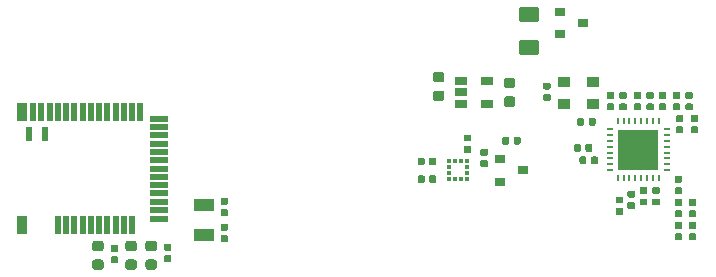
<source format=gtp>
G04 #@! TF.GenerationSoftware,KiCad,Pcbnew,5.1.5-52549c5~84~ubuntu18.04.1*
G04 #@! TF.CreationDate,2020-01-10T15:39:39+05:30*
G04 #@! TF.ProjectId,senseEle_PCB_Antenna_rev2,73656e73-6545-46c6-955f-5043425f416e,rev?*
G04 #@! TF.SameCoordinates,Original*
G04 #@! TF.FileFunction,Paste,Top*
G04 #@! TF.FilePolarity,Positive*
%FSLAX46Y46*%
G04 Gerber Fmt 4.6, Leading zero omitted, Abs format (unit mm)*
G04 Created by KiCad (PCBNEW 5.1.5-52549c5~84~ubuntu18.04.1) date 2020-01-10 15:39:39*
%MOMM*%
%LPD*%
G04 APERTURE LIST*
%ADD10C,0.100000*%
%ADD11R,1.060000X0.650000*%
%ADD12R,1.800000X1.000000*%
%ADD13R,1.000000X0.900000*%
%ADD14R,0.900000X0.800000*%
%ADD15R,3.450000X3.450000*%
%ADD16R,0.250000X0.600000*%
%ADD17R,0.600000X0.250000*%
%ADD18R,1.600000X0.500000*%
%ADD19R,0.500000X1.600000*%
%ADD20R,0.900000X1.600000*%
%ADD21R,0.500000X1.200000*%
%ADD22R,0.375000X0.350000*%
%ADD23R,0.350000X0.375000*%
G04 APERTURE END LIST*
D10*
G36*
X33649504Y-18676204D02*
G01*
X33673773Y-18679804D01*
X33697571Y-18685765D01*
X33720671Y-18694030D01*
X33742849Y-18704520D01*
X33763893Y-18717133D01*
X33783598Y-18731747D01*
X33801777Y-18748223D01*
X33818253Y-18766402D01*
X33832867Y-18786107D01*
X33845480Y-18807151D01*
X33855970Y-18829329D01*
X33864235Y-18852429D01*
X33870196Y-18876227D01*
X33873796Y-18900496D01*
X33875000Y-18925000D01*
X33875000Y-19675000D01*
X33873796Y-19699504D01*
X33870196Y-19723773D01*
X33864235Y-19747571D01*
X33855970Y-19770671D01*
X33845480Y-19792849D01*
X33832867Y-19813893D01*
X33818253Y-19833598D01*
X33801777Y-19851777D01*
X33783598Y-19868253D01*
X33763893Y-19882867D01*
X33742849Y-19895480D01*
X33720671Y-19905970D01*
X33697571Y-19914235D01*
X33673773Y-19920196D01*
X33649504Y-19923796D01*
X33625000Y-19925000D01*
X32375000Y-19925000D01*
X32350496Y-19923796D01*
X32326227Y-19920196D01*
X32302429Y-19914235D01*
X32279329Y-19905970D01*
X32257151Y-19895480D01*
X32236107Y-19882867D01*
X32216402Y-19868253D01*
X32198223Y-19851777D01*
X32181747Y-19833598D01*
X32167133Y-19813893D01*
X32154520Y-19792849D01*
X32144030Y-19770671D01*
X32135765Y-19747571D01*
X32129804Y-19723773D01*
X32126204Y-19699504D01*
X32125000Y-19675000D01*
X32125000Y-18925000D01*
X32126204Y-18900496D01*
X32129804Y-18876227D01*
X32135765Y-18852429D01*
X32144030Y-18829329D01*
X32154520Y-18807151D01*
X32167133Y-18786107D01*
X32181747Y-18766402D01*
X32198223Y-18748223D01*
X32216402Y-18731747D01*
X32236107Y-18717133D01*
X32257151Y-18704520D01*
X32279329Y-18694030D01*
X32302429Y-18685765D01*
X32326227Y-18679804D01*
X32350496Y-18676204D01*
X32375000Y-18675000D01*
X33625000Y-18675000D01*
X33649504Y-18676204D01*
G37*
G36*
X33649504Y-21476204D02*
G01*
X33673773Y-21479804D01*
X33697571Y-21485765D01*
X33720671Y-21494030D01*
X33742849Y-21504520D01*
X33763893Y-21517133D01*
X33783598Y-21531747D01*
X33801777Y-21548223D01*
X33818253Y-21566402D01*
X33832867Y-21586107D01*
X33845480Y-21607151D01*
X33855970Y-21629329D01*
X33864235Y-21652429D01*
X33870196Y-21676227D01*
X33873796Y-21700496D01*
X33875000Y-21725000D01*
X33875000Y-22475000D01*
X33873796Y-22499504D01*
X33870196Y-22523773D01*
X33864235Y-22547571D01*
X33855970Y-22570671D01*
X33845480Y-22592849D01*
X33832867Y-22613893D01*
X33818253Y-22633598D01*
X33801777Y-22651777D01*
X33783598Y-22668253D01*
X33763893Y-22682867D01*
X33742849Y-22695480D01*
X33720671Y-22705970D01*
X33697571Y-22714235D01*
X33673773Y-22720196D01*
X33649504Y-22723796D01*
X33625000Y-22725000D01*
X32375000Y-22725000D01*
X32350496Y-22723796D01*
X32326227Y-22720196D01*
X32302429Y-22714235D01*
X32279329Y-22705970D01*
X32257151Y-22695480D01*
X32236107Y-22682867D01*
X32216402Y-22668253D01*
X32198223Y-22651777D01*
X32181747Y-22633598D01*
X32167133Y-22613893D01*
X32154520Y-22592849D01*
X32144030Y-22570671D01*
X32135765Y-22547571D01*
X32129804Y-22523773D01*
X32126204Y-22499504D01*
X32125000Y-22475000D01*
X32125000Y-21725000D01*
X32126204Y-21700496D01*
X32129804Y-21676227D01*
X32135765Y-21652429D01*
X32144030Y-21629329D01*
X32154520Y-21607151D01*
X32167133Y-21586107D01*
X32181747Y-21566402D01*
X32198223Y-21548223D01*
X32216402Y-21531747D01*
X32236107Y-21517133D01*
X32257151Y-21504520D01*
X32279329Y-21494030D01*
X32302429Y-21485765D01*
X32326227Y-21479804D01*
X32350496Y-21476204D01*
X32375000Y-21475000D01*
X33625000Y-21475000D01*
X33649504Y-21476204D01*
G37*
G36*
X45826958Y-33940710D02*
G01*
X45841276Y-33942834D01*
X45855317Y-33946351D01*
X45868946Y-33951228D01*
X45882031Y-33957417D01*
X45894447Y-33964858D01*
X45906073Y-33973481D01*
X45916798Y-33983202D01*
X45926519Y-33993927D01*
X45935142Y-34005553D01*
X45942583Y-34017969D01*
X45948772Y-34031054D01*
X45953649Y-34044683D01*
X45957166Y-34058724D01*
X45959290Y-34073042D01*
X45960000Y-34087500D01*
X45960000Y-34382500D01*
X45959290Y-34396958D01*
X45957166Y-34411276D01*
X45953649Y-34425317D01*
X45948772Y-34438946D01*
X45942583Y-34452031D01*
X45935142Y-34464447D01*
X45926519Y-34476073D01*
X45916798Y-34486798D01*
X45906073Y-34496519D01*
X45894447Y-34505142D01*
X45882031Y-34512583D01*
X45868946Y-34518772D01*
X45855317Y-34523649D01*
X45841276Y-34527166D01*
X45826958Y-34529290D01*
X45812500Y-34530000D01*
X45467500Y-34530000D01*
X45453042Y-34529290D01*
X45438724Y-34527166D01*
X45424683Y-34523649D01*
X45411054Y-34518772D01*
X45397969Y-34512583D01*
X45385553Y-34505142D01*
X45373927Y-34496519D01*
X45363202Y-34486798D01*
X45353481Y-34476073D01*
X45344858Y-34464447D01*
X45337417Y-34452031D01*
X45331228Y-34438946D01*
X45326351Y-34425317D01*
X45322834Y-34411276D01*
X45320710Y-34396958D01*
X45320000Y-34382500D01*
X45320000Y-34087500D01*
X45320710Y-34073042D01*
X45322834Y-34058724D01*
X45326351Y-34044683D01*
X45331228Y-34031054D01*
X45337417Y-34017969D01*
X45344858Y-34005553D01*
X45353481Y-33993927D01*
X45363202Y-33983202D01*
X45373927Y-33973481D01*
X45385553Y-33964858D01*
X45397969Y-33957417D01*
X45411054Y-33951228D01*
X45424683Y-33946351D01*
X45438724Y-33942834D01*
X45453042Y-33940710D01*
X45467500Y-33940000D01*
X45812500Y-33940000D01*
X45826958Y-33940710D01*
G37*
G36*
X45826958Y-32970710D02*
G01*
X45841276Y-32972834D01*
X45855317Y-32976351D01*
X45868946Y-32981228D01*
X45882031Y-32987417D01*
X45894447Y-32994858D01*
X45906073Y-33003481D01*
X45916798Y-33013202D01*
X45926519Y-33023927D01*
X45935142Y-33035553D01*
X45942583Y-33047969D01*
X45948772Y-33061054D01*
X45953649Y-33074683D01*
X45957166Y-33088724D01*
X45959290Y-33103042D01*
X45960000Y-33117500D01*
X45960000Y-33412500D01*
X45959290Y-33426958D01*
X45957166Y-33441276D01*
X45953649Y-33455317D01*
X45948772Y-33468946D01*
X45942583Y-33482031D01*
X45935142Y-33494447D01*
X45926519Y-33506073D01*
X45916798Y-33516798D01*
X45906073Y-33526519D01*
X45894447Y-33535142D01*
X45882031Y-33542583D01*
X45868946Y-33548772D01*
X45855317Y-33553649D01*
X45841276Y-33557166D01*
X45826958Y-33559290D01*
X45812500Y-33560000D01*
X45467500Y-33560000D01*
X45453042Y-33559290D01*
X45438724Y-33557166D01*
X45424683Y-33553649D01*
X45411054Y-33548772D01*
X45397969Y-33542583D01*
X45385553Y-33535142D01*
X45373927Y-33526519D01*
X45363202Y-33516798D01*
X45353481Y-33506073D01*
X45344858Y-33494447D01*
X45337417Y-33482031D01*
X45331228Y-33468946D01*
X45326351Y-33455317D01*
X45322834Y-33441276D01*
X45320710Y-33426958D01*
X45320000Y-33412500D01*
X45320000Y-33117500D01*
X45320710Y-33103042D01*
X45322834Y-33088724D01*
X45326351Y-33074683D01*
X45331228Y-33061054D01*
X45337417Y-33047969D01*
X45344858Y-33035553D01*
X45353481Y-33023927D01*
X45363202Y-33013202D01*
X45373927Y-33003481D01*
X45385553Y-32994858D01*
X45397969Y-32987417D01*
X45411054Y-32981228D01*
X45424683Y-32976351D01*
X45438724Y-32972834D01*
X45453042Y-32970710D01*
X45467500Y-32970000D01*
X45812500Y-32970000D01*
X45826958Y-32970710D01*
G37*
G36*
X-422309Y-38476053D02*
G01*
X-401074Y-38479203D01*
X-380250Y-38484419D01*
X-360038Y-38491651D01*
X-340632Y-38500830D01*
X-322219Y-38511866D01*
X-304976Y-38524654D01*
X-289070Y-38539070D01*
X-274654Y-38554976D01*
X-261866Y-38572219D01*
X-250830Y-38590632D01*
X-241651Y-38610038D01*
X-234419Y-38630250D01*
X-229203Y-38651074D01*
X-226053Y-38672309D01*
X-225000Y-38693750D01*
X-225000Y-39131250D01*
X-226053Y-39152691D01*
X-229203Y-39173926D01*
X-234419Y-39194750D01*
X-241651Y-39214962D01*
X-250830Y-39234368D01*
X-261866Y-39252781D01*
X-274654Y-39270024D01*
X-289070Y-39285930D01*
X-304976Y-39300346D01*
X-322219Y-39313134D01*
X-340632Y-39324170D01*
X-360038Y-39333349D01*
X-380250Y-39340581D01*
X-401074Y-39345797D01*
X-422309Y-39348947D01*
X-443750Y-39350000D01*
X-956250Y-39350000D01*
X-977691Y-39348947D01*
X-998926Y-39345797D01*
X-1019750Y-39340581D01*
X-1039962Y-39333349D01*
X-1059368Y-39324170D01*
X-1077781Y-39313134D01*
X-1095024Y-39300346D01*
X-1110930Y-39285930D01*
X-1125346Y-39270024D01*
X-1138134Y-39252781D01*
X-1149170Y-39234368D01*
X-1158349Y-39214962D01*
X-1165581Y-39194750D01*
X-1170797Y-39173926D01*
X-1173947Y-39152691D01*
X-1175000Y-39131250D01*
X-1175000Y-38693750D01*
X-1173947Y-38672309D01*
X-1170797Y-38651074D01*
X-1165581Y-38630250D01*
X-1158349Y-38610038D01*
X-1149170Y-38590632D01*
X-1138134Y-38572219D01*
X-1125346Y-38554976D01*
X-1110930Y-38539070D01*
X-1095024Y-38524654D01*
X-1077781Y-38511866D01*
X-1059368Y-38500830D01*
X-1039962Y-38491651D01*
X-1019750Y-38484419D01*
X-998926Y-38479203D01*
X-977691Y-38476053D01*
X-956250Y-38475000D01*
X-443750Y-38475000D01*
X-422309Y-38476053D01*
G37*
G36*
X-422309Y-40051053D02*
G01*
X-401074Y-40054203D01*
X-380250Y-40059419D01*
X-360038Y-40066651D01*
X-340632Y-40075830D01*
X-322219Y-40086866D01*
X-304976Y-40099654D01*
X-289070Y-40114070D01*
X-274654Y-40129976D01*
X-261866Y-40147219D01*
X-250830Y-40165632D01*
X-241651Y-40185038D01*
X-234419Y-40205250D01*
X-229203Y-40226074D01*
X-226053Y-40247309D01*
X-225000Y-40268750D01*
X-225000Y-40706250D01*
X-226053Y-40727691D01*
X-229203Y-40748926D01*
X-234419Y-40769750D01*
X-241651Y-40789962D01*
X-250830Y-40809368D01*
X-261866Y-40827781D01*
X-274654Y-40845024D01*
X-289070Y-40860930D01*
X-304976Y-40875346D01*
X-322219Y-40888134D01*
X-340632Y-40899170D01*
X-360038Y-40908349D01*
X-380250Y-40915581D01*
X-401074Y-40920797D01*
X-422309Y-40923947D01*
X-443750Y-40925000D01*
X-956250Y-40925000D01*
X-977691Y-40923947D01*
X-998926Y-40920797D01*
X-1019750Y-40915581D01*
X-1039962Y-40908349D01*
X-1059368Y-40899170D01*
X-1077781Y-40888134D01*
X-1095024Y-40875346D01*
X-1110930Y-40860930D01*
X-1125346Y-40845024D01*
X-1138134Y-40827781D01*
X-1149170Y-40809368D01*
X-1158349Y-40789962D01*
X-1165581Y-40769750D01*
X-1170797Y-40748926D01*
X-1173947Y-40727691D01*
X-1175000Y-40706250D01*
X-1175000Y-40268750D01*
X-1173947Y-40247309D01*
X-1170797Y-40226074D01*
X-1165581Y-40205250D01*
X-1158349Y-40185038D01*
X-1149170Y-40165632D01*
X-1138134Y-40147219D01*
X-1125346Y-40129976D01*
X-1110930Y-40114070D01*
X-1095024Y-40099654D01*
X-1077781Y-40086866D01*
X-1059368Y-40075830D01*
X-1039962Y-40066651D01*
X-1019750Y-40059419D01*
X-998926Y-40054203D01*
X-977691Y-40051053D01*
X-956250Y-40050000D01*
X-443750Y-40050000D01*
X-422309Y-40051053D01*
G37*
G36*
X-1913042Y-39790710D02*
G01*
X-1898724Y-39792834D01*
X-1884683Y-39796351D01*
X-1871054Y-39801228D01*
X-1857969Y-39807417D01*
X-1845553Y-39814858D01*
X-1833927Y-39823481D01*
X-1823202Y-39833202D01*
X-1813481Y-39843927D01*
X-1804858Y-39855553D01*
X-1797417Y-39867969D01*
X-1791228Y-39881054D01*
X-1786351Y-39894683D01*
X-1782834Y-39908724D01*
X-1780710Y-39923042D01*
X-1780000Y-39937500D01*
X-1780000Y-40232500D01*
X-1780710Y-40246958D01*
X-1782834Y-40261276D01*
X-1786351Y-40275317D01*
X-1791228Y-40288946D01*
X-1797417Y-40302031D01*
X-1804858Y-40314447D01*
X-1813481Y-40326073D01*
X-1823202Y-40336798D01*
X-1833927Y-40346519D01*
X-1845553Y-40355142D01*
X-1857969Y-40362583D01*
X-1871054Y-40368772D01*
X-1884683Y-40373649D01*
X-1898724Y-40377166D01*
X-1913042Y-40379290D01*
X-1927500Y-40380000D01*
X-2272500Y-40380000D01*
X-2286958Y-40379290D01*
X-2301276Y-40377166D01*
X-2315317Y-40373649D01*
X-2328946Y-40368772D01*
X-2342031Y-40362583D01*
X-2354447Y-40355142D01*
X-2366073Y-40346519D01*
X-2376798Y-40336798D01*
X-2386519Y-40326073D01*
X-2395142Y-40314447D01*
X-2402583Y-40302031D01*
X-2408772Y-40288946D01*
X-2413649Y-40275317D01*
X-2417166Y-40261276D01*
X-2419290Y-40246958D01*
X-2420000Y-40232500D01*
X-2420000Y-39937500D01*
X-2419290Y-39923042D01*
X-2417166Y-39908724D01*
X-2413649Y-39894683D01*
X-2408772Y-39881054D01*
X-2402583Y-39867969D01*
X-2395142Y-39855553D01*
X-2386519Y-39843927D01*
X-2376798Y-39833202D01*
X-2366073Y-39823481D01*
X-2354447Y-39814858D01*
X-2342031Y-39807417D01*
X-2328946Y-39801228D01*
X-2315317Y-39796351D01*
X-2301276Y-39792834D01*
X-2286958Y-39790710D01*
X-2272500Y-39790000D01*
X-1927500Y-39790000D01*
X-1913042Y-39790710D01*
G37*
G36*
X-1913042Y-38820710D02*
G01*
X-1898724Y-38822834D01*
X-1884683Y-38826351D01*
X-1871054Y-38831228D01*
X-1857969Y-38837417D01*
X-1845553Y-38844858D01*
X-1833927Y-38853481D01*
X-1823202Y-38863202D01*
X-1813481Y-38873927D01*
X-1804858Y-38885553D01*
X-1797417Y-38897969D01*
X-1791228Y-38911054D01*
X-1786351Y-38924683D01*
X-1782834Y-38938724D01*
X-1780710Y-38953042D01*
X-1780000Y-38967500D01*
X-1780000Y-39262500D01*
X-1780710Y-39276958D01*
X-1782834Y-39291276D01*
X-1786351Y-39305317D01*
X-1791228Y-39318946D01*
X-1797417Y-39332031D01*
X-1804858Y-39344447D01*
X-1813481Y-39356073D01*
X-1823202Y-39366798D01*
X-1833927Y-39376519D01*
X-1845553Y-39385142D01*
X-1857969Y-39392583D01*
X-1871054Y-39398772D01*
X-1884683Y-39403649D01*
X-1898724Y-39407166D01*
X-1913042Y-39409290D01*
X-1927500Y-39410000D01*
X-2272500Y-39410000D01*
X-2286958Y-39409290D01*
X-2301276Y-39407166D01*
X-2315317Y-39403649D01*
X-2328946Y-39398772D01*
X-2342031Y-39392583D01*
X-2354447Y-39385142D01*
X-2366073Y-39376519D01*
X-2376798Y-39366798D01*
X-2386519Y-39356073D01*
X-2395142Y-39344447D01*
X-2402583Y-39332031D01*
X-2408772Y-39318946D01*
X-2413649Y-39305317D01*
X-2417166Y-39291276D01*
X-2419290Y-39276958D01*
X-2420000Y-39262500D01*
X-2420000Y-38967500D01*
X-2419290Y-38953042D01*
X-2417166Y-38938724D01*
X-2413649Y-38924683D01*
X-2408772Y-38911054D01*
X-2402583Y-38897969D01*
X-2395142Y-38885553D01*
X-2386519Y-38873927D01*
X-2376798Y-38863202D01*
X-2366073Y-38853481D01*
X-2354447Y-38844858D01*
X-2342031Y-38837417D01*
X-2328946Y-38831228D01*
X-2315317Y-38826351D01*
X-2301276Y-38822834D01*
X-2286958Y-38820710D01*
X-2272500Y-38820000D01*
X-1927500Y-38820000D01*
X-1913042Y-38820710D01*
G37*
G36*
X25627691Y-24176053D02*
G01*
X25648926Y-24179203D01*
X25669750Y-24184419D01*
X25689962Y-24191651D01*
X25709368Y-24200830D01*
X25727781Y-24211866D01*
X25745024Y-24224654D01*
X25760930Y-24239070D01*
X25775346Y-24254976D01*
X25788134Y-24272219D01*
X25799170Y-24290632D01*
X25808349Y-24310038D01*
X25815581Y-24330250D01*
X25820797Y-24351074D01*
X25823947Y-24372309D01*
X25825000Y-24393750D01*
X25825000Y-24831250D01*
X25823947Y-24852691D01*
X25820797Y-24873926D01*
X25815581Y-24894750D01*
X25808349Y-24914962D01*
X25799170Y-24934368D01*
X25788134Y-24952781D01*
X25775346Y-24970024D01*
X25760930Y-24985930D01*
X25745024Y-25000346D01*
X25727781Y-25013134D01*
X25709368Y-25024170D01*
X25689962Y-25033349D01*
X25669750Y-25040581D01*
X25648926Y-25045797D01*
X25627691Y-25048947D01*
X25606250Y-25050000D01*
X25093750Y-25050000D01*
X25072309Y-25048947D01*
X25051074Y-25045797D01*
X25030250Y-25040581D01*
X25010038Y-25033349D01*
X24990632Y-25024170D01*
X24972219Y-25013134D01*
X24954976Y-25000346D01*
X24939070Y-24985930D01*
X24924654Y-24970024D01*
X24911866Y-24952781D01*
X24900830Y-24934368D01*
X24891651Y-24914962D01*
X24884419Y-24894750D01*
X24879203Y-24873926D01*
X24876053Y-24852691D01*
X24875000Y-24831250D01*
X24875000Y-24393750D01*
X24876053Y-24372309D01*
X24879203Y-24351074D01*
X24884419Y-24330250D01*
X24891651Y-24310038D01*
X24900830Y-24290632D01*
X24911866Y-24272219D01*
X24924654Y-24254976D01*
X24939070Y-24239070D01*
X24954976Y-24224654D01*
X24972219Y-24211866D01*
X24990632Y-24200830D01*
X25010038Y-24191651D01*
X25030250Y-24184419D01*
X25051074Y-24179203D01*
X25072309Y-24176053D01*
X25093750Y-24175000D01*
X25606250Y-24175000D01*
X25627691Y-24176053D01*
G37*
G36*
X25627691Y-25751053D02*
G01*
X25648926Y-25754203D01*
X25669750Y-25759419D01*
X25689962Y-25766651D01*
X25709368Y-25775830D01*
X25727781Y-25786866D01*
X25745024Y-25799654D01*
X25760930Y-25814070D01*
X25775346Y-25829976D01*
X25788134Y-25847219D01*
X25799170Y-25865632D01*
X25808349Y-25885038D01*
X25815581Y-25905250D01*
X25820797Y-25926074D01*
X25823947Y-25947309D01*
X25825000Y-25968750D01*
X25825000Y-26406250D01*
X25823947Y-26427691D01*
X25820797Y-26448926D01*
X25815581Y-26469750D01*
X25808349Y-26489962D01*
X25799170Y-26509368D01*
X25788134Y-26527781D01*
X25775346Y-26545024D01*
X25760930Y-26560930D01*
X25745024Y-26575346D01*
X25727781Y-26588134D01*
X25709368Y-26599170D01*
X25689962Y-26608349D01*
X25669750Y-26615581D01*
X25648926Y-26620797D01*
X25627691Y-26623947D01*
X25606250Y-26625000D01*
X25093750Y-26625000D01*
X25072309Y-26623947D01*
X25051074Y-26620797D01*
X25030250Y-26615581D01*
X25010038Y-26608349D01*
X24990632Y-26599170D01*
X24972219Y-26588134D01*
X24954976Y-26575346D01*
X24939070Y-26560930D01*
X24924654Y-26545024D01*
X24911866Y-26527781D01*
X24900830Y-26509368D01*
X24891651Y-26489962D01*
X24884419Y-26469750D01*
X24879203Y-26448926D01*
X24876053Y-26427691D01*
X24875000Y-26406250D01*
X24875000Y-25968750D01*
X24876053Y-25947309D01*
X24879203Y-25926074D01*
X24884419Y-25905250D01*
X24891651Y-25885038D01*
X24900830Y-25865632D01*
X24911866Y-25847219D01*
X24924654Y-25829976D01*
X24939070Y-25814070D01*
X24954976Y-25799654D01*
X24972219Y-25786866D01*
X24990632Y-25775830D01*
X25010038Y-25766651D01*
X25030250Y-25759419D01*
X25051074Y-25754203D01*
X25072309Y-25751053D01*
X25093750Y-25750000D01*
X25606250Y-25750000D01*
X25627691Y-25751053D01*
G37*
G36*
X31627691Y-24676053D02*
G01*
X31648926Y-24679203D01*
X31669750Y-24684419D01*
X31689962Y-24691651D01*
X31709368Y-24700830D01*
X31727781Y-24711866D01*
X31745024Y-24724654D01*
X31760930Y-24739070D01*
X31775346Y-24754976D01*
X31788134Y-24772219D01*
X31799170Y-24790632D01*
X31808349Y-24810038D01*
X31815581Y-24830250D01*
X31820797Y-24851074D01*
X31823947Y-24872309D01*
X31825000Y-24893750D01*
X31825000Y-25331250D01*
X31823947Y-25352691D01*
X31820797Y-25373926D01*
X31815581Y-25394750D01*
X31808349Y-25414962D01*
X31799170Y-25434368D01*
X31788134Y-25452781D01*
X31775346Y-25470024D01*
X31760930Y-25485930D01*
X31745024Y-25500346D01*
X31727781Y-25513134D01*
X31709368Y-25524170D01*
X31689962Y-25533349D01*
X31669750Y-25540581D01*
X31648926Y-25545797D01*
X31627691Y-25548947D01*
X31606250Y-25550000D01*
X31093750Y-25550000D01*
X31072309Y-25548947D01*
X31051074Y-25545797D01*
X31030250Y-25540581D01*
X31010038Y-25533349D01*
X30990632Y-25524170D01*
X30972219Y-25513134D01*
X30954976Y-25500346D01*
X30939070Y-25485930D01*
X30924654Y-25470024D01*
X30911866Y-25452781D01*
X30900830Y-25434368D01*
X30891651Y-25414962D01*
X30884419Y-25394750D01*
X30879203Y-25373926D01*
X30876053Y-25352691D01*
X30875000Y-25331250D01*
X30875000Y-24893750D01*
X30876053Y-24872309D01*
X30879203Y-24851074D01*
X30884419Y-24830250D01*
X30891651Y-24810038D01*
X30900830Y-24790632D01*
X30911866Y-24772219D01*
X30924654Y-24754976D01*
X30939070Y-24739070D01*
X30954976Y-24724654D01*
X30972219Y-24711866D01*
X30990632Y-24700830D01*
X31010038Y-24691651D01*
X31030250Y-24684419D01*
X31051074Y-24679203D01*
X31072309Y-24676053D01*
X31093750Y-24675000D01*
X31606250Y-24675000D01*
X31627691Y-24676053D01*
G37*
G36*
X31627691Y-26251053D02*
G01*
X31648926Y-26254203D01*
X31669750Y-26259419D01*
X31689962Y-26266651D01*
X31709368Y-26275830D01*
X31727781Y-26286866D01*
X31745024Y-26299654D01*
X31760930Y-26314070D01*
X31775346Y-26329976D01*
X31788134Y-26347219D01*
X31799170Y-26365632D01*
X31808349Y-26385038D01*
X31815581Y-26405250D01*
X31820797Y-26426074D01*
X31823947Y-26447309D01*
X31825000Y-26468750D01*
X31825000Y-26906250D01*
X31823947Y-26927691D01*
X31820797Y-26948926D01*
X31815581Y-26969750D01*
X31808349Y-26989962D01*
X31799170Y-27009368D01*
X31788134Y-27027781D01*
X31775346Y-27045024D01*
X31760930Y-27060930D01*
X31745024Y-27075346D01*
X31727781Y-27088134D01*
X31709368Y-27099170D01*
X31689962Y-27108349D01*
X31669750Y-27115581D01*
X31648926Y-27120797D01*
X31627691Y-27123947D01*
X31606250Y-27125000D01*
X31093750Y-27125000D01*
X31072309Y-27123947D01*
X31051074Y-27120797D01*
X31030250Y-27115581D01*
X31010038Y-27108349D01*
X30990632Y-27099170D01*
X30972219Y-27088134D01*
X30954976Y-27075346D01*
X30939070Y-27060930D01*
X30924654Y-27045024D01*
X30911866Y-27027781D01*
X30900830Y-27009368D01*
X30891651Y-26989962D01*
X30884419Y-26969750D01*
X30879203Y-26948926D01*
X30876053Y-26927691D01*
X30875000Y-26906250D01*
X30875000Y-26468750D01*
X30876053Y-26447309D01*
X30879203Y-26426074D01*
X30884419Y-26405250D01*
X30891651Y-26385038D01*
X30900830Y-26365632D01*
X30911866Y-26347219D01*
X30924654Y-26329976D01*
X30939070Y-26314070D01*
X30954976Y-26299654D01*
X30972219Y-26286866D01*
X30990632Y-26275830D01*
X31010038Y-26266651D01*
X31030250Y-26259419D01*
X31051074Y-26254203D01*
X31072309Y-26251053D01*
X31093750Y-26250000D01*
X31606250Y-26250000D01*
X31627691Y-26251053D01*
G37*
D11*
X27250000Y-24950000D03*
X27250000Y-25900000D03*
X27250000Y-26850000D03*
X29450000Y-26850000D03*
X29450000Y-24950000D03*
D10*
G36*
X34686958Y-25070710D02*
G01*
X34701276Y-25072834D01*
X34715317Y-25076351D01*
X34728946Y-25081228D01*
X34742031Y-25087417D01*
X34754447Y-25094858D01*
X34766073Y-25103481D01*
X34776798Y-25113202D01*
X34786519Y-25123927D01*
X34795142Y-25135553D01*
X34802583Y-25147969D01*
X34808772Y-25161054D01*
X34813649Y-25174683D01*
X34817166Y-25188724D01*
X34819290Y-25203042D01*
X34820000Y-25217500D01*
X34820000Y-25512500D01*
X34819290Y-25526958D01*
X34817166Y-25541276D01*
X34813649Y-25555317D01*
X34808772Y-25568946D01*
X34802583Y-25582031D01*
X34795142Y-25594447D01*
X34786519Y-25606073D01*
X34776798Y-25616798D01*
X34766073Y-25626519D01*
X34754447Y-25635142D01*
X34742031Y-25642583D01*
X34728946Y-25648772D01*
X34715317Y-25653649D01*
X34701276Y-25657166D01*
X34686958Y-25659290D01*
X34672500Y-25660000D01*
X34327500Y-25660000D01*
X34313042Y-25659290D01*
X34298724Y-25657166D01*
X34284683Y-25653649D01*
X34271054Y-25648772D01*
X34257969Y-25642583D01*
X34245553Y-25635142D01*
X34233927Y-25626519D01*
X34223202Y-25616798D01*
X34213481Y-25606073D01*
X34204858Y-25594447D01*
X34197417Y-25582031D01*
X34191228Y-25568946D01*
X34186351Y-25555317D01*
X34182834Y-25541276D01*
X34180710Y-25526958D01*
X34180000Y-25512500D01*
X34180000Y-25217500D01*
X34180710Y-25203042D01*
X34182834Y-25188724D01*
X34186351Y-25174683D01*
X34191228Y-25161054D01*
X34197417Y-25147969D01*
X34204858Y-25135553D01*
X34213481Y-25123927D01*
X34223202Y-25113202D01*
X34233927Y-25103481D01*
X34245553Y-25094858D01*
X34257969Y-25087417D01*
X34271054Y-25081228D01*
X34284683Y-25076351D01*
X34298724Y-25072834D01*
X34313042Y-25070710D01*
X34327500Y-25070000D01*
X34672500Y-25070000D01*
X34686958Y-25070710D01*
G37*
G36*
X34686958Y-26040710D02*
G01*
X34701276Y-26042834D01*
X34715317Y-26046351D01*
X34728946Y-26051228D01*
X34742031Y-26057417D01*
X34754447Y-26064858D01*
X34766073Y-26073481D01*
X34776798Y-26083202D01*
X34786519Y-26093927D01*
X34795142Y-26105553D01*
X34802583Y-26117969D01*
X34808772Y-26131054D01*
X34813649Y-26144683D01*
X34817166Y-26158724D01*
X34819290Y-26173042D01*
X34820000Y-26187500D01*
X34820000Y-26482500D01*
X34819290Y-26496958D01*
X34817166Y-26511276D01*
X34813649Y-26525317D01*
X34808772Y-26538946D01*
X34802583Y-26552031D01*
X34795142Y-26564447D01*
X34786519Y-26576073D01*
X34776798Y-26586798D01*
X34766073Y-26596519D01*
X34754447Y-26605142D01*
X34742031Y-26612583D01*
X34728946Y-26618772D01*
X34715317Y-26623649D01*
X34701276Y-26627166D01*
X34686958Y-26629290D01*
X34672500Y-26630000D01*
X34327500Y-26630000D01*
X34313042Y-26629290D01*
X34298724Y-26627166D01*
X34284683Y-26623649D01*
X34271054Y-26618772D01*
X34257969Y-26612583D01*
X34245553Y-26605142D01*
X34233927Y-26596519D01*
X34223202Y-26586798D01*
X34213481Y-26576073D01*
X34204858Y-26564447D01*
X34197417Y-26552031D01*
X34191228Y-26538946D01*
X34186351Y-26525317D01*
X34182834Y-26511276D01*
X34180710Y-26496958D01*
X34180000Y-26482500D01*
X34180000Y-26187500D01*
X34180710Y-26173042D01*
X34182834Y-26158724D01*
X34186351Y-26144683D01*
X34191228Y-26131054D01*
X34197417Y-26117969D01*
X34204858Y-26105553D01*
X34213481Y-26093927D01*
X34223202Y-26083202D01*
X34233927Y-26073481D01*
X34245553Y-26064858D01*
X34257969Y-26057417D01*
X34271054Y-26051228D01*
X34284683Y-26046351D01*
X34298724Y-26042834D01*
X34313042Y-26040710D01*
X34327500Y-26040000D01*
X34672500Y-26040000D01*
X34686958Y-26040710D01*
G37*
G36*
X40086958Y-26840710D02*
G01*
X40101276Y-26842834D01*
X40115317Y-26846351D01*
X40128946Y-26851228D01*
X40142031Y-26857417D01*
X40154447Y-26864858D01*
X40166073Y-26873481D01*
X40176798Y-26883202D01*
X40186519Y-26893927D01*
X40195142Y-26905553D01*
X40202583Y-26917969D01*
X40208772Y-26931054D01*
X40213649Y-26944683D01*
X40217166Y-26958724D01*
X40219290Y-26973042D01*
X40220000Y-26987500D01*
X40220000Y-27282500D01*
X40219290Y-27296958D01*
X40217166Y-27311276D01*
X40213649Y-27325317D01*
X40208772Y-27338946D01*
X40202583Y-27352031D01*
X40195142Y-27364447D01*
X40186519Y-27376073D01*
X40176798Y-27386798D01*
X40166073Y-27396519D01*
X40154447Y-27405142D01*
X40142031Y-27412583D01*
X40128946Y-27418772D01*
X40115317Y-27423649D01*
X40101276Y-27427166D01*
X40086958Y-27429290D01*
X40072500Y-27430000D01*
X39727500Y-27430000D01*
X39713042Y-27429290D01*
X39698724Y-27427166D01*
X39684683Y-27423649D01*
X39671054Y-27418772D01*
X39657969Y-27412583D01*
X39645553Y-27405142D01*
X39633927Y-27396519D01*
X39623202Y-27386798D01*
X39613481Y-27376073D01*
X39604858Y-27364447D01*
X39597417Y-27352031D01*
X39591228Y-27338946D01*
X39586351Y-27325317D01*
X39582834Y-27311276D01*
X39580710Y-27296958D01*
X39580000Y-27282500D01*
X39580000Y-26987500D01*
X39580710Y-26973042D01*
X39582834Y-26958724D01*
X39586351Y-26944683D01*
X39591228Y-26931054D01*
X39597417Y-26917969D01*
X39604858Y-26905553D01*
X39613481Y-26893927D01*
X39623202Y-26883202D01*
X39633927Y-26873481D01*
X39645553Y-26864858D01*
X39657969Y-26857417D01*
X39671054Y-26851228D01*
X39684683Y-26846351D01*
X39698724Y-26842834D01*
X39713042Y-26840710D01*
X39727500Y-26840000D01*
X40072500Y-26840000D01*
X40086958Y-26840710D01*
G37*
G36*
X40086958Y-25870710D02*
G01*
X40101276Y-25872834D01*
X40115317Y-25876351D01*
X40128946Y-25881228D01*
X40142031Y-25887417D01*
X40154447Y-25894858D01*
X40166073Y-25903481D01*
X40176798Y-25913202D01*
X40186519Y-25923927D01*
X40195142Y-25935553D01*
X40202583Y-25947969D01*
X40208772Y-25961054D01*
X40213649Y-25974683D01*
X40217166Y-25988724D01*
X40219290Y-26003042D01*
X40220000Y-26017500D01*
X40220000Y-26312500D01*
X40219290Y-26326958D01*
X40217166Y-26341276D01*
X40213649Y-26355317D01*
X40208772Y-26368946D01*
X40202583Y-26382031D01*
X40195142Y-26394447D01*
X40186519Y-26406073D01*
X40176798Y-26416798D01*
X40166073Y-26426519D01*
X40154447Y-26435142D01*
X40142031Y-26442583D01*
X40128946Y-26448772D01*
X40115317Y-26453649D01*
X40101276Y-26457166D01*
X40086958Y-26459290D01*
X40072500Y-26460000D01*
X39727500Y-26460000D01*
X39713042Y-26459290D01*
X39698724Y-26457166D01*
X39684683Y-26453649D01*
X39671054Y-26448772D01*
X39657969Y-26442583D01*
X39645553Y-26435142D01*
X39633927Y-26426519D01*
X39623202Y-26416798D01*
X39613481Y-26406073D01*
X39604858Y-26394447D01*
X39597417Y-26382031D01*
X39591228Y-26368946D01*
X39586351Y-26355317D01*
X39582834Y-26341276D01*
X39580710Y-26326958D01*
X39580000Y-26312500D01*
X39580000Y-26017500D01*
X39580710Y-26003042D01*
X39582834Y-25988724D01*
X39586351Y-25974683D01*
X39591228Y-25961054D01*
X39597417Y-25947969D01*
X39604858Y-25935553D01*
X39613481Y-25923927D01*
X39623202Y-25913202D01*
X39633927Y-25903481D01*
X39645553Y-25894858D01*
X39657969Y-25887417D01*
X39671054Y-25881228D01*
X39684683Y-25876351D01*
X39698724Y-25872834D01*
X39713042Y-25870710D01*
X39727500Y-25870000D01*
X40072500Y-25870000D01*
X40086958Y-25870710D01*
G37*
G36*
X44486958Y-25870710D02*
G01*
X44501276Y-25872834D01*
X44515317Y-25876351D01*
X44528946Y-25881228D01*
X44542031Y-25887417D01*
X44554447Y-25894858D01*
X44566073Y-25903481D01*
X44576798Y-25913202D01*
X44586519Y-25923927D01*
X44595142Y-25935553D01*
X44602583Y-25947969D01*
X44608772Y-25961054D01*
X44613649Y-25974683D01*
X44617166Y-25988724D01*
X44619290Y-26003042D01*
X44620000Y-26017500D01*
X44620000Y-26312500D01*
X44619290Y-26326958D01*
X44617166Y-26341276D01*
X44613649Y-26355317D01*
X44608772Y-26368946D01*
X44602583Y-26382031D01*
X44595142Y-26394447D01*
X44586519Y-26406073D01*
X44576798Y-26416798D01*
X44566073Y-26426519D01*
X44554447Y-26435142D01*
X44542031Y-26442583D01*
X44528946Y-26448772D01*
X44515317Y-26453649D01*
X44501276Y-26457166D01*
X44486958Y-26459290D01*
X44472500Y-26460000D01*
X44127500Y-26460000D01*
X44113042Y-26459290D01*
X44098724Y-26457166D01*
X44084683Y-26453649D01*
X44071054Y-26448772D01*
X44057969Y-26442583D01*
X44045553Y-26435142D01*
X44033927Y-26426519D01*
X44023202Y-26416798D01*
X44013481Y-26406073D01*
X44004858Y-26394447D01*
X43997417Y-26382031D01*
X43991228Y-26368946D01*
X43986351Y-26355317D01*
X43982834Y-26341276D01*
X43980710Y-26326958D01*
X43980000Y-26312500D01*
X43980000Y-26017500D01*
X43980710Y-26003042D01*
X43982834Y-25988724D01*
X43986351Y-25974683D01*
X43991228Y-25961054D01*
X43997417Y-25947969D01*
X44004858Y-25935553D01*
X44013481Y-25923927D01*
X44023202Y-25913202D01*
X44033927Y-25903481D01*
X44045553Y-25894858D01*
X44057969Y-25887417D01*
X44071054Y-25881228D01*
X44084683Y-25876351D01*
X44098724Y-25872834D01*
X44113042Y-25870710D01*
X44127500Y-25870000D01*
X44472500Y-25870000D01*
X44486958Y-25870710D01*
G37*
G36*
X44486958Y-26840710D02*
G01*
X44501276Y-26842834D01*
X44515317Y-26846351D01*
X44528946Y-26851228D01*
X44542031Y-26857417D01*
X44554447Y-26864858D01*
X44566073Y-26873481D01*
X44576798Y-26883202D01*
X44586519Y-26893927D01*
X44595142Y-26905553D01*
X44602583Y-26917969D01*
X44608772Y-26931054D01*
X44613649Y-26944683D01*
X44617166Y-26958724D01*
X44619290Y-26973042D01*
X44620000Y-26987500D01*
X44620000Y-27282500D01*
X44619290Y-27296958D01*
X44617166Y-27311276D01*
X44613649Y-27325317D01*
X44608772Y-27338946D01*
X44602583Y-27352031D01*
X44595142Y-27364447D01*
X44586519Y-27376073D01*
X44576798Y-27386798D01*
X44566073Y-27396519D01*
X44554447Y-27405142D01*
X44542031Y-27412583D01*
X44528946Y-27418772D01*
X44515317Y-27423649D01*
X44501276Y-27427166D01*
X44486958Y-27429290D01*
X44472500Y-27430000D01*
X44127500Y-27430000D01*
X44113042Y-27429290D01*
X44098724Y-27427166D01*
X44084683Y-27423649D01*
X44071054Y-27418772D01*
X44057969Y-27412583D01*
X44045553Y-27405142D01*
X44033927Y-27396519D01*
X44023202Y-27386798D01*
X44013481Y-27376073D01*
X44004858Y-27364447D01*
X43997417Y-27352031D01*
X43991228Y-27338946D01*
X43986351Y-27325317D01*
X43982834Y-27311276D01*
X43980710Y-27296958D01*
X43980000Y-27282500D01*
X43980000Y-26987500D01*
X43980710Y-26973042D01*
X43982834Y-26958724D01*
X43986351Y-26944683D01*
X43991228Y-26931054D01*
X43997417Y-26917969D01*
X44004858Y-26905553D01*
X44013481Y-26893927D01*
X44023202Y-26883202D01*
X44033927Y-26873481D01*
X44045553Y-26864858D01*
X44057969Y-26857417D01*
X44071054Y-26851228D01*
X44084683Y-26846351D01*
X44098724Y-26842834D01*
X44113042Y-26840710D01*
X44127500Y-26840000D01*
X44472500Y-26840000D01*
X44486958Y-26840710D01*
G37*
G36*
X43436958Y-25870710D02*
G01*
X43451276Y-25872834D01*
X43465317Y-25876351D01*
X43478946Y-25881228D01*
X43492031Y-25887417D01*
X43504447Y-25894858D01*
X43516073Y-25903481D01*
X43526798Y-25913202D01*
X43536519Y-25923927D01*
X43545142Y-25935553D01*
X43552583Y-25947969D01*
X43558772Y-25961054D01*
X43563649Y-25974683D01*
X43567166Y-25988724D01*
X43569290Y-26003042D01*
X43570000Y-26017500D01*
X43570000Y-26312500D01*
X43569290Y-26326958D01*
X43567166Y-26341276D01*
X43563649Y-26355317D01*
X43558772Y-26368946D01*
X43552583Y-26382031D01*
X43545142Y-26394447D01*
X43536519Y-26406073D01*
X43526798Y-26416798D01*
X43516073Y-26426519D01*
X43504447Y-26435142D01*
X43492031Y-26442583D01*
X43478946Y-26448772D01*
X43465317Y-26453649D01*
X43451276Y-26457166D01*
X43436958Y-26459290D01*
X43422500Y-26460000D01*
X43077500Y-26460000D01*
X43063042Y-26459290D01*
X43048724Y-26457166D01*
X43034683Y-26453649D01*
X43021054Y-26448772D01*
X43007969Y-26442583D01*
X42995553Y-26435142D01*
X42983927Y-26426519D01*
X42973202Y-26416798D01*
X42963481Y-26406073D01*
X42954858Y-26394447D01*
X42947417Y-26382031D01*
X42941228Y-26368946D01*
X42936351Y-26355317D01*
X42932834Y-26341276D01*
X42930710Y-26326958D01*
X42930000Y-26312500D01*
X42930000Y-26017500D01*
X42930710Y-26003042D01*
X42932834Y-25988724D01*
X42936351Y-25974683D01*
X42941228Y-25961054D01*
X42947417Y-25947969D01*
X42954858Y-25935553D01*
X42963481Y-25923927D01*
X42973202Y-25913202D01*
X42983927Y-25903481D01*
X42995553Y-25894858D01*
X43007969Y-25887417D01*
X43021054Y-25881228D01*
X43034683Y-25876351D01*
X43048724Y-25872834D01*
X43063042Y-25870710D01*
X43077500Y-25870000D01*
X43422500Y-25870000D01*
X43436958Y-25870710D01*
G37*
G36*
X43436958Y-26840710D02*
G01*
X43451276Y-26842834D01*
X43465317Y-26846351D01*
X43478946Y-26851228D01*
X43492031Y-26857417D01*
X43504447Y-26864858D01*
X43516073Y-26873481D01*
X43526798Y-26883202D01*
X43536519Y-26893927D01*
X43545142Y-26905553D01*
X43552583Y-26917969D01*
X43558772Y-26931054D01*
X43563649Y-26944683D01*
X43567166Y-26958724D01*
X43569290Y-26973042D01*
X43570000Y-26987500D01*
X43570000Y-27282500D01*
X43569290Y-27296958D01*
X43567166Y-27311276D01*
X43563649Y-27325317D01*
X43558772Y-27338946D01*
X43552583Y-27352031D01*
X43545142Y-27364447D01*
X43536519Y-27376073D01*
X43526798Y-27386798D01*
X43516073Y-27396519D01*
X43504447Y-27405142D01*
X43492031Y-27412583D01*
X43478946Y-27418772D01*
X43465317Y-27423649D01*
X43451276Y-27427166D01*
X43436958Y-27429290D01*
X43422500Y-27430000D01*
X43077500Y-27430000D01*
X43063042Y-27429290D01*
X43048724Y-27427166D01*
X43034683Y-27423649D01*
X43021054Y-27418772D01*
X43007969Y-27412583D01*
X42995553Y-27405142D01*
X42983927Y-27396519D01*
X42973202Y-27386798D01*
X42963481Y-27376073D01*
X42954858Y-27364447D01*
X42947417Y-27352031D01*
X42941228Y-27338946D01*
X42936351Y-27325317D01*
X42932834Y-27311276D01*
X42930710Y-27296958D01*
X42930000Y-27282500D01*
X42930000Y-26987500D01*
X42930710Y-26973042D01*
X42932834Y-26958724D01*
X42936351Y-26944683D01*
X42941228Y-26931054D01*
X42947417Y-26917969D01*
X42954858Y-26905553D01*
X42963481Y-26893927D01*
X42973202Y-26883202D01*
X42983927Y-26873481D01*
X42995553Y-26864858D01*
X43007969Y-26857417D01*
X43021054Y-26851228D01*
X43034683Y-26846351D01*
X43048724Y-26842834D01*
X43063042Y-26840710D01*
X43077500Y-26840000D01*
X43422500Y-26840000D01*
X43436958Y-26840710D01*
G37*
G36*
X41136958Y-25870710D02*
G01*
X41151276Y-25872834D01*
X41165317Y-25876351D01*
X41178946Y-25881228D01*
X41192031Y-25887417D01*
X41204447Y-25894858D01*
X41216073Y-25903481D01*
X41226798Y-25913202D01*
X41236519Y-25923927D01*
X41245142Y-25935553D01*
X41252583Y-25947969D01*
X41258772Y-25961054D01*
X41263649Y-25974683D01*
X41267166Y-25988724D01*
X41269290Y-26003042D01*
X41270000Y-26017500D01*
X41270000Y-26312500D01*
X41269290Y-26326958D01*
X41267166Y-26341276D01*
X41263649Y-26355317D01*
X41258772Y-26368946D01*
X41252583Y-26382031D01*
X41245142Y-26394447D01*
X41236519Y-26406073D01*
X41226798Y-26416798D01*
X41216073Y-26426519D01*
X41204447Y-26435142D01*
X41192031Y-26442583D01*
X41178946Y-26448772D01*
X41165317Y-26453649D01*
X41151276Y-26457166D01*
X41136958Y-26459290D01*
X41122500Y-26460000D01*
X40777500Y-26460000D01*
X40763042Y-26459290D01*
X40748724Y-26457166D01*
X40734683Y-26453649D01*
X40721054Y-26448772D01*
X40707969Y-26442583D01*
X40695553Y-26435142D01*
X40683927Y-26426519D01*
X40673202Y-26416798D01*
X40663481Y-26406073D01*
X40654858Y-26394447D01*
X40647417Y-26382031D01*
X40641228Y-26368946D01*
X40636351Y-26355317D01*
X40632834Y-26341276D01*
X40630710Y-26326958D01*
X40630000Y-26312500D01*
X40630000Y-26017500D01*
X40630710Y-26003042D01*
X40632834Y-25988724D01*
X40636351Y-25974683D01*
X40641228Y-25961054D01*
X40647417Y-25947969D01*
X40654858Y-25935553D01*
X40663481Y-25923927D01*
X40673202Y-25913202D01*
X40683927Y-25903481D01*
X40695553Y-25894858D01*
X40707969Y-25887417D01*
X40721054Y-25881228D01*
X40734683Y-25876351D01*
X40748724Y-25872834D01*
X40763042Y-25870710D01*
X40777500Y-25870000D01*
X41122500Y-25870000D01*
X41136958Y-25870710D01*
G37*
G36*
X41136958Y-26840710D02*
G01*
X41151276Y-26842834D01*
X41165317Y-26846351D01*
X41178946Y-26851228D01*
X41192031Y-26857417D01*
X41204447Y-26864858D01*
X41216073Y-26873481D01*
X41226798Y-26883202D01*
X41236519Y-26893927D01*
X41245142Y-26905553D01*
X41252583Y-26917969D01*
X41258772Y-26931054D01*
X41263649Y-26944683D01*
X41267166Y-26958724D01*
X41269290Y-26973042D01*
X41270000Y-26987500D01*
X41270000Y-27282500D01*
X41269290Y-27296958D01*
X41267166Y-27311276D01*
X41263649Y-27325317D01*
X41258772Y-27338946D01*
X41252583Y-27352031D01*
X41245142Y-27364447D01*
X41236519Y-27376073D01*
X41226798Y-27386798D01*
X41216073Y-27396519D01*
X41204447Y-27405142D01*
X41192031Y-27412583D01*
X41178946Y-27418772D01*
X41165317Y-27423649D01*
X41151276Y-27427166D01*
X41136958Y-27429290D01*
X41122500Y-27430000D01*
X40777500Y-27430000D01*
X40763042Y-27429290D01*
X40748724Y-27427166D01*
X40734683Y-27423649D01*
X40721054Y-27418772D01*
X40707969Y-27412583D01*
X40695553Y-27405142D01*
X40683927Y-27396519D01*
X40673202Y-27386798D01*
X40663481Y-27376073D01*
X40654858Y-27364447D01*
X40647417Y-27352031D01*
X40641228Y-27338946D01*
X40636351Y-27325317D01*
X40632834Y-27311276D01*
X40630710Y-27296958D01*
X40630000Y-27282500D01*
X40630000Y-26987500D01*
X40630710Y-26973042D01*
X40632834Y-26958724D01*
X40636351Y-26944683D01*
X40641228Y-26931054D01*
X40647417Y-26917969D01*
X40654858Y-26905553D01*
X40663481Y-26893927D01*
X40673202Y-26883202D01*
X40683927Y-26873481D01*
X40695553Y-26864858D01*
X40707969Y-26857417D01*
X40721054Y-26851228D01*
X40734683Y-26846351D01*
X40748724Y-26842834D01*
X40763042Y-26840710D01*
X40777500Y-26840000D01*
X41122500Y-26840000D01*
X41136958Y-26840710D01*
G37*
G36*
X42386958Y-25870710D02*
G01*
X42401276Y-25872834D01*
X42415317Y-25876351D01*
X42428946Y-25881228D01*
X42442031Y-25887417D01*
X42454447Y-25894858D01*
X42466073Y-25903481D01*
X42476798Y-25913202D01*
X42486519Y-25923927D01*
X42495142Y-25935553D01*
X42502583Y-25947969D01*
X42508772Y-25961054D01*
X42513649Y-25974683D01*
X42517166Y-25988724D01*
X42519290Y-26003042D01*
X42520000Y-26017500D01*
X42520000Y-26312500D01*
X42519290Y-26326958D01*
X42517166Y-26341276D01*
X42513649Y-26355317D01*
X42508772Y-26368946D01*
X42502583Y-26382031D01*
X42495142Y-26394447D01*
X42486519Y-26406073D01*
X42476798Y-26416798D01*
X42466073Y-26426519D01*
X42454447Y-26435142D01*
X42442031Y-26442583D01*
X42428946Y-26448772D01*
X42415317Y-26453649D01*
X42401276Y-26457166D01*
X42386958Y-26459290D01*
X42372500Y-26460000D01*
X42027500Y-26460000D01*
X42013042Y-26459290D01*
X41998724Y-26457166D01*
X41984683Y-26453649D01*
X41971054Y-26448772D01*
X41957969Y-26442583D01*
X41945553Y-26435142D01*
X41933927Y-26426519D01*
X41923202Y-26416798D01*
X41913481Y-26406073D01*
X41904858Y-26394447D01*
X41897417Y-26382031D01*
X41891228Y-26368946D01*
X41886351Y-26355317D01*
X41882834Y-26341276D01*
X41880710Y-26326958D01*
X41880000Y-26312500D01*
X41880000Y-26017500D01*
X41880710Y-26003042D01*
X41882834Y-25988724D01*
X41886351Y-25974683D01*
X41891228Y-25961054D01*
X41897417Y-25947969D01*
X41904858Y-25935553D01*
X41913481Y-25923927D01*
X41923202Y-25913202D01*
X41933927Y-25903481D01*
X41945553Y-25894858D01*
X41957969Y-25887417D01*
X41971054Y-25881228D01*
X41984683Y-25876351D01*
X41998724Y-25872834D01*
X42013042Y-25870710D01*
X42027500Y-25870000D01*
X42372500Y-25870000D01*
X42386958Y-25870710D01*
G37*
G36*
X42386958Y-26840710D02*
G01*
X42401276Y-26842834D01*
X42415317Y-26846351D01*
X42428946Y-26851228D01*
X42442031Y-26857417D01*
X42454447Y-26864858D01*
X42466073Y-26873481D01*
X42476798Y-26883202D01*
X42486519Y-26893927D01*
X42495142Y-26905553D01*
X42502583Y-26917969D01*
X42508772Y-26931054D01*
X42513649Y-26944683D01*
X42517166Y-26958724D01*
X42519290Y-26973042D01*
X42520000Y-26987500D01*
X42520000Y-27282500D01*
X42519290Y-27296958D01*
X42517166Y-27311276D01*
X42513649Y-27325317D01*
X42508772Y-27338946D01*
X42502583Y-27352031D01*
X42495142Y-27364447D01*
X42486519Y-27376073D01*
X42476798Y-27386798D01*
X42466073Y-27396519D01*
X42454447Y-27405142D01*
X42442031Y-27412583D01*
X42428946Y-27418772D01*
X42415317Y-27423649D01*
X42401276Y-27427166D01*
X42386958Y-27429290D01*
X42372500Y-27430000D01*
X42027500Y-27430000D01*
X42013042Y-27429290D01*
X41998724Y-27427166D01*
X41984683Y-27423649D01*
X41971054Y-27418772D01*
X41957969Y-27412583D01*
X41945553Y-27405142D01*
X41933927Y-27396519D01*
X41923202Y-27386798D01*
X41913481Y-27376073D01*
X41904858Y-27364447D01*
X41897417Y-27352031D01*
X41891228Y-27338946D01*
X41886351Y-27325317D01*
X41882834Y-27311276D01*
X41880710Y-27296958D01*
X41880000Y-27282500D01*
X41880000Y-26987500D01*
X41880710Y-26973042D01*
X41882834Y-26958724D01*
X41886351Y-26944683D01*
X41891228Y-26931054D01*
X41897417Y-26917969D01*
X41904858Y-26905553D01*
X41913481Y-26893927D01*
X41923202Y-26883202D01*
X41933927Y-26873481D01*
X41945553Y-26864858D01*
X41957969Y-26857417D01*
X41971054Y-26851228D01*
X41984683Y-26846351D01*
X41998724Y-26842834D01*
X42013042Y-26840710D01*
X42027500Y-26840000D01*
X42372500Y-26840000D01*
X42386958Y-26840710D01*
G37*
D12*
X5500000Y-35450000D03*
X5500000Y-37950000D03*
D13*
X36000000Y-25050000D03*
X38400000Y-25050000D03*
X38400000Y-26850000D03*
X36000000Y-26850000D03*
D14*
X32500000Y-32500000D03*
X30500000Y-33450000D03*
X30500000Y-31550000D03*
D15*
X42250000Y-30750000D03*
D16*
X40500000Y-28350000D03*
X41000000Y-28350000D03*
X41500000Y-28350000D03*
X42000000Y-28350000D03*
X42500000Y-28350000D03*
X43000000Y-28350000D03*
X43500000Y-28350000D03*
X44000000Y-28350000D03*
D17*
X44650000Y-29000000D03*
X44650000Y-29500000D03*
X44650000Y-30000000D03*
X44650000Y-30500000D03*
X44650000Y-31000000D03*
X44650000Y-31500000D03*
X44650000Y-32000000D03*
X44650000Y-32500000D03*
D16*
X44000000Y-33150000D03*
X43500000Y-33150000D03*
X43000000Y-33150000D03*
X42500000Y-33150000D03*
X42000000Y-33150000D03*
X41500000Y-33150000D03*
X41000000Y-33150000D03*
X40500000Y-33150000D03*
D17*
X39850000Y-32500000D03*
X39850000Y-32000000D03*
X39850000Y-31500000D03*
X39850000Y-31000000D03*
X39850000Y-30500000D03*
X39850000Y-30000000D03*
X39850000Y-29500000D03*
X39850000Y-29000000D03*
D18*
X1650000Y-36650000D03*
D19*
X-6900000Y-37100000D03*
D20*
X-9900000Y-37100000D03*
D19*
X-6200000Y-37100000D03*
X-5500000Y-37100000D03*
X-4800000Y-37100000D03*
X-4100000Y-37100000D03*
X-3400000Y-37100000D03*
X-2700000Y-37100000D03*
X-2000000Y-37100000D03*
X-1300000Y-37100000D03*
X-600000Y-37100000D03*
D18*
X1650000Y-35850000D03*
X1650000Y-35150000D03*
X1650000Y-34450000D03*
X1650000Y-33750000D03*
X1650000Y-33050000D03*
X1650000Y-32350000D03*
X1650000Y-31650000D03*
X1650000Y-30950000D03*
X1650000Y-30250000D03*
X1650000Y-29550000D03*
X1650000Y-28850000D03*
X1650000Y-28150000D03*
D19*
X100000Y-27600000D03*
X-600000Y-27600000D03*
X-1300000Y-27600000D03*
X-2000000Y-27600000D03*
X-2700000Y-27600000D03*
X-3400000Y-27600000D03*
X-4100000Y-27600000D03*
X-4800000Y-27600000D03*
X-5500000Y-27600000D03*
X-6200000Y-27600000D03*
X-6900000Y-27600000D03*
X-7600000Y-27600000D03*
X-8300000Y-27600000D03*
X-9000000Y-27600000D03*
D20*
X-9900000Y-27600000D03*
D21*
X-9350000Y-29450000D03*
X-7950000Y-29450000D03*
D10*
G36*
X45836958Y-35890710D02*
G01*
X45851276Y-35892834D01*
X45865317Y-35896351D01*
X45878946Y-35901228D01*
X45892031Y-35907417D01*
X45904447Y-35914858D01*
X45916073Y-35923481D01*
X45926798Y-35933202D01*
X45936519Y-35943927D01*
X45945142Y-35955553D01*
X45952583Y-35967969D01*
X45958772Y-35981054D01*
X45963649Y-35994683D01*
X45967166Y-36008724D01*
X45969290Y-36023042D01*
X45970000Y-36037500D01*
X45970000Y-36332500D01*
X45969290Y-36346958D01*
X45967166Y-36361276D01*
X45963649Y-36375317D01*
X45958772Y-36388946D01*
X45952583Y-36402031D01*
X45945142Y-36414447D01*
X45936519Y-36426073D01*
X45926798Y-36436798D01*
X45916073Y-36446519D01*
X45904447Y-36455142D01*
X45892031Y-36462583D01*
X45878946Y-36468772D01*
X45865317Y-36473649D01*
X45851276Y-36477166D01*
X45836958Y-36479290D01*
X45822500Y-36480000D01*
X45477500Y-36480000D01*
X45463042Y-36479290D01*
X45448724Y-36477166D01*
X45434683Y-36473649D01*
X45421054Y-36468772D01*
X45407969Y-36462583D01*
X45395553Y-36455142D01*
X45383927Y-36446519D01*
X45373202Y-36436798D01*
X45363481Y-36426073D01*
X45354858Y-36414447D01*
X45347417Y-36402031D01*
X45341228Y-36388946D01*
X45336351Y-36375317D01*
X45332834Y-36361276D01*
X45330710Y-36346958D01*
X45330000Y-36332500D01*
X45330000Y-36037500D01*
X45330710Y-36023042D01*
X45332834Y-36008724D01*
X45336351Y-35994683D01*
X45341228Y-35981054D01*
X45347417Y-35967969D01*
X45354858Y-35955553D01*
X45363481Y-35943927D01*
X45373202Y-35933202D01*
X45383927Y-35923481D01*
X45395553Y-35914858D01*
X45407969Y-35907417D01*
X45421054Y-35901228D01*
X45434683Y-35896351D01*
X45448724Y-35892834D01*
X45463042Y-35890710D01*
X45477500Y-35890000D01*
X45822500Y-35890000D01*
X45836958Y-35890710D01*
G37*
G36*
X45836958Y-34920710D02*
G01*
X45851276Y-34922834D01*
X45865317Y-34926351D01*
X45878946Y-34931228D01*
X45892031Y-34937417D01*
X45904447Y-34944858D01*
X45916073Y-34953481D01*
X45926798Y-34963202D01*
X45936519Y-34973927D01*
X45945142Y-34985553D01*
X45952583Y-34997969D01*
X45958772Y-35011054D01*
X45963649Y-35024683D01*
X45967166Y-35038724D01*
X45969290Y-35053042D01*
X45970000Y-35067500D01*
X45970000Y-35362500D01*
X45969290Y-35376958D01*
X45967166Y-35391276D01*
X45963649Y-35405317D01*
X45958772Y-35418946D01*
X45952583Y-35432031D01*
X45945142Y-35444447D01*
X45936519Y-35456073D01*
X45926798Y-35466798D01*
X45916073Y-35476519D01*
X45904447Y-35485142D01*
X45892031Y-35492583D01*
X45878946Y-35498772D01*
X45865317Y-35503649D01*
X45851276Y-35507166D01*
X45836958Y-35509290D01*
X45822500Y-35510000D01*
X45477500Y-35510000D01*
X45463042Y-35509290D01*
X45448724Y-35507166D01*
X45434683Y-35503649D01*
X45421054Y-35498772D01*
X45407969Y-35492583D01*
X45395553Y-35485142D01*
X45383927Y-35476519D01*
X45373202Y-35466798D01*
X45363481Y-35456073D01*
X45354858Y-35444447D01*
X45347417Y-35432031D01*
X45341228Y-35418946D01*
X45336351Y-35405317D01*
X45332834Y-35391276D01*
X45330710Y-35376958D01*
X45330000Y-35362500D01*
X45330000Y-35067500D01*
X45330710Y-35053042D01*
X45332834Y-35038724D01*
X45336351Y-35024683D01*
X45341228Y-35011054D01*
X45347417Y-34997969D01*
X45354858Y-34985553D01*
X45363481Y-34973927D01*
X45373202Y-34963202D01*
X45383927Y-34953481D01*
X45395553Y-34944858D01*
X45407969Y-34937417D01*
X45421054Y-34931228D01*
X45434683Y-34926351D01*
X45448724Y-34922834D01*
X45463042Y-34920710D01*
X45477500Y-34920000D01*
X45822500Y-34920000D01*
X45836958Y-34920710D01*
G37*
G36*
X42886958Y-34890710D02*
G01*
X42901276Y-34892834D01*
X42915317Y-34896351D01*
X42928946Y-34901228D01*
X42942031Y-34907417D01*
X42954447Y-34914858D01*
X42966073Y-34923481D01*
X42976798Y-34933202D01*
X42986519Y-34943927D01*
X42995142Y-34955553D01*
X43002583Y-34967969D01*
X43008772Y-34981054D01*
X43013649Y-34994683D01*
X43017166Y-35008724D01*
X43019290Y-35023042D01*
X43020000Y-35037500D01*
X43020000Y-35332500D01*
X43019290Y-35346958D01*
X43017166Y-35361276D01*
X43013649Y-35375317D01*
X43008772Y-35388946D01*
X43002583Y-35402031D01*
X42995142Y-35414447D01*
X42986519Y-35426073D01*
X42976798Y-35436798D01*
X42966073Y-35446519D01*
X42954447Y-35455142D01*
X42942031Y-35462583D01*
X42928946Y-35468772D01*
X42915317Y-35473649D01*
X42901276Y-35477166D01*
X42886958Y-35479290D01*
X42872500Y-35480000D01*
X42527500Y-35480000D01*
X42513042Y-35479290D01*
X42498724Y-35477166D01*
X42484683Y-35473649D01*
X42471054Y-35468772D01*
X42457969Y-35462583D01*
X42445553Y-35455142D01*
X42433927Y-35446519D01*
X42423202Y-35436798D01*
X42413481Y-35426073D01*
X42404858Y-35414447D01*
X42397417Y-35402031D01*
X42391228Y-35388946D01*
X42386351Y-35375317D01*
X42382834Y-35361276D01*
X42380710Y-35346958D01*
X42380000Y-35332500D01*
X42380000Y-35037500D01*
X42380710Y-35023042D01*
X42382834Y-35008724D01*
X42386351Y-34994683D01*
X42391228Y-34981054D01*
X42397417Y-34967969D01*
X42404858Y-34955553D01*
X42413481Y-34943927D01*
X42423202Y-34933202D01*
X42433927Y-34923481D01*
X42445553Y-34914858D01*
X42457969Y-34907417D01*
X42471054Y-34901228D01*
X42484683Y-34896351D01*
X42498724Y-34892834D01*
X42513042Y-34890710D01*
X42527500Y-34890000D01*
X42872500Y-34890000D01*
X42886958Y-34890710D01*
G37*
G36*
X42886958Y-33920710D02*
G01*
X42901276Y-33922834D01*
X42915317Y-33926351D01*
X42928946Y-33931228D01*
X42942031Y-33937417D01*
X42954447Y-33944858D01*
X42966073Y-33953481D01*
X42976798Y-33963202D01*
X42986519Y-33973927D01*
X42995142Y-33985553D01*
X43002583Y-33997969D01*
X43008772Y-34011054D01*
X43013649Y-34024683D01*
X43017166Y-34038724D01*
X43019290Y-34053042D01*
X43020000Y-34067500D01*
X43020000Y-34362500D01*
X43019290Y-34376958D01*
X43017166Y-34391276D01*
X43013649Y-34405317D01*
X43008772Y-34418946D01*
X43002583Y-34432031D01*
X42995142Y-34444447D01*
X42986519Y-34456073D01*
X42976798Y-34466798D01*
X42966073Y-34476519D01*
X42954447Y-34485142D01*
X42942031Y-34492583D01*
X42928946Y-34498772D01*
X42915317Y-34503649D01*
X42901276Y-34507166D01*
X42886958Y-34509290D01*
X42872500Y-34510000D01*
X42527500Y-34510000D01*
X42513042Y-34509290D01*
X42498724Y-34507166D01*
X42484683Y-34503649D01*
X42471054Y-34498772D01*
X42457969Y-34492583D01*
X42445553Y-34485142D01*
X42433927Y-34476519D01*
X42423202Y-34466798D01*
X42413481Y-34456073D01*
X42404858Y-34444447D01*
X42397417Y-34432031D01*
X42391228Y-34418946D01*
X42386351Y-34405317D01*
X42382834Y-34391276D01*
X42380710Y-34376958D01*
X42380000Y-34362500D01*
X42380000Y-34067500D01*
X42380710Y-34053042D01*
X42382834Y-34038724D01*
X42386351Y-34024683D01*
X42391228Y-34011054D01*
X42397417Y-33997969D01*
X42404858Y-33985553D01*
X42413481Y-33973927D01*
X42423202Y-33963202D01*
X42433927Y-33953481D01*
X42445553Y-33944858D01*
X42457969Y-33937417D01*
X42471054Y-33931228D01*
X42484683Y-33926351D01*
X42498724Y-33922834D01*
X42513042Y-33920710D01*
X42527500Y-33920000D01*
X42872500Y-33920000D01*
X42886958Y-33920710D01*
G37*
G36*
X24996958Y-32930710D02*
G01*
X25011276Y-32932834D01*
X25025317Y-32936351D01*
X25038946Y-32941228D01*
X25052031Y-32947417D01*
X25064447Y-32954858D01*
X25076073Y-32963481D01*
X25086798Y-32973202D01*
X25096519Y-32983927D01*
X25105142Y-32995553D01*
X25112583Y-33007969D01*
X25118772Y-33021054D01*
X25123649Y-33034683D01*
X25127166Y-33048724D01*
X25129290Y-33063042D01*
X25130000Y-33077500D01*
X25130000Y-33422500D01*
X25129290Y-33436958D01*
X25127166Y-33451276D01*
X25123649Y-33465317D01*
X25118772Y-33478946D01*
X25112583Y-33492031D01*
X25105142Y-33504447D01*
X25096519Y-33516073D01*
X25086798Y-33526798D01*
X25076073Y-33536519D01*
X25064447Y-33545142D01*
X25052031Y-33552583D01*
X25038946Y-33558772D01*
X25025317Y-33563649D01*
X25011276Y-33567166D01*
X24996958Y-33569290D01*
X24982500Y-33570000D01*
X24687500Y-33570000D01*
X24673042Y-33569290D01*
X24658724Y-33567166D01*
X24644683Y-33563649D01*
X24631054Y-33558772D01*
X24617969Y-33552583D01*
X24605553Y-33545142D01*
X24593927Y-33536519D01*
X24583202Y-33526798D01*
X24573481Y-33516073D01*
X24564858Y-33504447D01*
X24557417Y-33492031D01*
X24551228Y-33478946D01*
X24546351Y-33465317D01*
X24542834Y-33451276D01*
X24540710Y-33436958D01*
X24540000Y-33422500D01*
X24540000Y-33077500D01*
X24540710Y-33063042D01*
X24542834Y-33048724D01*
X24546351Y-33034683D01*
X24551228Y-33021054D01*
X24557417Y-33007969D01*
X24564858Y-32995553D01*
X24573481Y-32983927D01*
X24583202Y-32973202D01*
X24593927Y-32963481D01*
X24605553Y-32954858D01*
X24617969Y-32947417D01*
X24631054Y-32941228D01*
X24644683Y-32936351D01*
X24658724Y-32932834D01*
X24673042Y-32930710D01*
X24687500Y-32930000D01*
X24982500Y-32930000D01*
X24996958Y-32930710D01*
G37*
G36*
X24026958Y-32930710D02*
G01*
X24041276Y-32932834D01*
X24055317Y-32936351D01*
X24068946Y-32941228D01*
X24082031Y-32947417D01*
X24094447Y-32954858D01*
X24106073Y-32963481D01*
X24116798Y-32973202D01*
X24126519Y-32983927D01*
X24135142Y-32995553D01*
X24142583Y-33007969D01*
X24148772Y-33021054D01*
X24153649Y-33034683D01*
X24157166Y-33048724D01*
X24159290Y-33063042D01*
X24160000Y-33077500D01*
X24160000Y-33422500D01*
X24159290Y-33436958D01*
X24157166Y-33451276D01*
X24153649Y-33465317D01*
X24148772Y-33478946D01*
X24142583Y-33492031D01*
X24135142Y-33504447D01*
X24126519Y-33516073D01*
X24116798Y-33526798D01*
X24106073Y-33536519D01*
X24094447Y-33545142D01*
X24082031Y-33552583D01*
X24068946Y-33558772D01*
X24055317Y-33563649D01*
X24041276Y-33567166D01*
X24026958Y-33569290D01*
X24012500Y-33570000D01*
X23717500Y-33570000D01*
X23703042Y-33569290D01*
X23688724Y-33567166D01*
X23674683Y-33563649D01*
X23661054Y-33558772D01*
X23647969Y-33552583D01*
X23635553Y-33545142D01*
X23623927Y-33536519D01*
X23613202Y-33526798D01*
X23603481Y-33516073D01*
X23594858Y-33504447D01*
X23587417Y-33492031D01*
X23581228Y-33478946D01*
X23576351Y-33465317D01*
X23572834Y-33451276D01*
X23570710Y-33436958D01*
X23570000Y-33422500D01*
X23570000Y-33077500D01*
X23570710Y-33063042D01*
X23572834Y-33048724D01*
X23576351Y-33034683D01*
X23581228Y-33021054D01*
X23587417Y-33007969D01*
X23594858Y-32995553D01*
X23603481Y-32983927D01*
X23613202Y-32973202D01*
X23623927Y-32963481D01*
X23635553Y-32954858D01*
X23647969Y-32947417D01*
X23661054Y-32941228D01*
X23674683Y-32936351D01*
X23688724Y-32932834D01*
X23703042Y-32930710D01*
X23717500Y-32930000D01*
X24012500Y-32930000D01*
X24026958Y-32930710D01*
G37*
G36*
X24996958Y-31430710D02*
G01*
X25011276Y-31432834D01*
X25025317Y-31436351D01*
X25038946Y-31441228D01*
X25052031Y-31447417D01*
X25064447Y-31454858D01*
X25076073Y-31463481D01*
X25086798Y-31473202D01*
X25096519Y-31483927D01*
X25105142Y-31495553D01*
X25112583Y-31507969D01*
X25118772Y-31521054D01*
X25123649Y-31534683D01*
X25127166Y-31548724D01*
X25129290Y-31563042D01*
X25130000Y-31577500D01*
X25130000Y-31922500D01*
X25129290Y-31936958D01*
X25127166Y-31951276D01*
X25123649Y-31965317D01*
X25118772Y-31978946D01*
X25112583Y-31992031D01*
X25105142Y-32004447D01*
X25096519Y-32016073D01*
X25086798Y-32026798D01*
X25076073Y-32036519D01*
X25064447Y-32045142D01*
X25052031Y-32052583D01*
X25038946Y-32058772D01*
X25025317Y-32063649D01*
X25011276Y-32067166D01*
X24996958Y-32069290D01*
X24982500Y-32070000D01*
X24687500Y-32070000D01*
X24673042Y-32069290D01*
X24658724Y-32067166D01*
X24644683Y-32063649D01*
X24631054Y-32058772D01*
X24617969Y-32052583D01*
X24605553Y-32045142D01*
X24593927Y-32036519D01*
X24583202Y-32026798D01*
X24573481Y-32016073D01*
X24564858Y-32004447D01*
X24557417Y-31992031D01*
X24551228Y-31978946D01*
X24546351Y-31965317D01*
X24542834Y-31951276D01*
X24540710Y-31936958D01*
X24540000Y-31922500D01*
X24540000Y-31577500D01*
X24540710Y-31563042D01*
X24542834Y-31548724D01*
X24546351Y-31534683D01*
X24551228Y-31521054D01*
X24557417Y-31507969D01*
X24564858Y-31495553D01*
X24573481Y-31483927D01*
X24583202Y-31473202D01*
X24593927Y-31463481D01*
X24605553Y-31454858D01*
X24617969Y-31447417D01*
X24631054Y-31441228D01*
X24644683Y-31436351D01*
X24658724Y-31432834D01*
X24673042Y-31430710D01*
X24687500Y-31430000D01*
X24982500Y-31430000D01*
X24996958Y-31430710D01*
G37*
G36*
X24026958Y-31430710D02*
G01*
X24041276Y-31432834D01*
X24055317Y-31436351D01*
X24068946Y-31441228D01*
X24082031Y-31447417D01*
X24094447Y-31454858D01*
X24106073Y-31463481D01*
X24116798Y-31473202D01*
X24126519Y-31483927D01*
X24135142Y-31495553D01*
X24142583Y-31507969D01*
X24148772Y-31521054D01*
X24153649Y-31534683D01*
X24157166Y-31548724D01*
X24159290Y-31563042D01*
X24160000Y-31577500D01*
X24160000Y-31922500D01*
X24159290Y-31936958D01*
X24157166Y-31951276D01*
X24153649Y-31965317D01*
X24148772Y-31978946D01*
X24142583Y-31992031D01*
X24135142Y-32004447D01*
X24126519Y-32016073D01*
X24116798Y-32026798D01*
X24106073Y-32036519D01*
X24094447Y-32045142D01*
X24082031Y-32052583D01*
X24068946Y-32058772D01*
X24055317Y-32063649D01*
X24041276Y-32067166D01*
X24026958Y-32069290D01*
X24012500Y-32070000D01*
X23717500Y-32070000D01*
X23703042Y-32069290D01*
X23688724Y-32067166D01*
X23674683Y-32063649D01*
X23661054Y-32058772D01*
X23647969Y-32052583D01*
X23635553Y-32045142D01*
X23623927Y-32036519D01*
X23613202Y-32026798D01*
X23603481Y-32016073D01*
X23594858Y-32004447D01*
X23587417Y-31992031D01*
X23581228Y-31978946D01*
X23576351Y-31965317D01*
X23572834Y-31951276D01*
X23570710Y-31936958D01*
X23570000Y-31922500D01*
X23570000Y-31577500D01*
X23570710Y-31563042D01*
X23572834Y-31548724D01*
X23576351Y-31534683D01*
X23581228Y-31521054D01*
X23587417Y-31507969D01*
X23594858Y-31495553D01*
X23603481Y-31483927D01*
X23613202Y-31473202D01*
X23623927Y-31463481D01*
X23635553Y-31454858D01*
X23647969Y-31447417D01*
X23661054Y-31441228D01*
X23674683Y-31436351D01*
X23688724Y-31432834D01*
X23703042Y-31430710D01*
X23717500Y-31430000D01*
X24012500Y-31430000D01*
X24026958Y-31430710D01*
G37*
D14*
X37600000Y-20050000D03*
X35600000Y-21000000D03*
X35600000Y-19100000D03*
D10*
G36*
X45836958Y-36870710D02*
G01*
X45851276Y-36872834D01*
X45865317Y-36876351D01*
X45878946Y-36881228D01*
X45892031Y-36887417D01*
X45904447Y-36894858D01*
X45916073Y-36903481D01*
X45926798Y-36913202D01*
X45936519Y-36923927D01*
X45945142Y-36935553D01*
X45952583Y-36947969D01*
X45958772Y-36961054D01*
X45963649Y-36974683D01*
X45967166Y-36988724D01*
X45969290Y-37003042D01*
X45970000Y-37017500D01*
X45970000Y-37312500D01*
X45969290Y-37326958D01*
X45967166Y-37341276D01*
X45963649Y-37355317D01*
X45958772Y-37368946D01*
X45952583Y-37382031D01*
X45945142Y-37394447D01*
X45936519Y-37406073D01*
X45926798Y-37416798D01*
X45916073Y-37426519D01*
X45904447Y-37435142D01*
X45892031Y-37442583D01*
X45878946Y-37448772D01*
X45865317Y-37453649D01*
X45851276Y-37457166D01*
X45836958Y-37459290D01*
X45822500Y-37460000D01*
X45477500Y-37460000D01*
X45463042Y-37459290D01*
X45448724Y-37457166D01*
X45434683Y-37453649D01*
X45421054Y-37448772D01*
X45407969Y-37442583D01*
X45395553Y-37435142D01*
X45383927Y-37426519D01*
X45373202Y-37416798D01*
X45363481Y-37406073D01*
X45354858Y-37394447D01*
X45347417Y-37382031D01*
X45341228Y-37368946D01*
X45336351Y-37355317D01*
X45332834Y-37341276D01*
X45330710Y-37326958D01*
X45330000Y-37312500D01*
X45330000Y-37017500D01*
X45330710Y-37003042D01*
X45332834Y-36988724D01*
X45336351Y-36974683D01*
X45341228Y-36961054D01*
X45347417Y-36947969D01*
X45354858Y-36935553D01*
X45363481Y-36923927D01*
X45373202Y-36913202D01*
X45383927Y-36903481D01*
X45395553Y-36894858D01*
X45407969Y-36887417D01*
X45421054Y-36881228D01*
X45434683Y-36876351D01*
X45448724Y-36872834D01*
X45463042Y-36870710D01*
X45477500Y-36870000D01*
X45822500Y-36870000D01*
X45836958Y-36870710D01*
G37*
G36*
X45836958Y-37840710D02*
G01*
X45851276Y-37842834D01*
X45865317Y-37846351D01*
X45878946Y-37851228D01*
X45892031Y-37857417D01*
X45904447Y-37864858D01*
X45916073Y-37873481D01*
X45926798Y-37883202D01*
X45936519Y-37893927D01*
X45945142Y-37905553D01*
X45952583Y-37917969D01*
X45958772Y-37931054D01*
X45963649Y-37944683D01*
X45967166Y-37958724D01*
X45969290Y-37973042D01*
X45970000Y-37987500D01*
X45970000Y-38282500D01*
X45969290Y-38296958D01*
X45967166Y-38311276D01*
X45963649Y-38325317D01*
X45958772Y-38338946D01*
X45952583Y-38352031D01*
X45945142Y-38364447D01*
X45936519Y-38376073D01*
X45926798Y-38386798D01*
X45916073Y-38396519D01*
X45904447Y-38405142D01*
X45892031Y-38412583D01*
X45878946Y-38418772D01*
X45865317Y-38423649D01*
X45851276Y-38427166D01*
X45836958Y-38429290D01*
X45822500Y-38430000D01*
X45477500Y-38430000D01*
X45463042Y-38429290D01*
X45448724Y-38427166D01*
X45434683Y-38423649D01*
X45421054Y-38418772D01*
X45407969Y-38412583D01*
X45395553Y-38405142D01*
X45383927Y-38396519D01*
X45373202Y-38386798D01*
X45363481Y-38376073D01*
X45354858Y-38364447D01*
X45347417Y-38352031D01*
X45341228Y-38338946D01*
X45336351Y-38325317D01*
X45332834Y-38311276D01*
X45330710Y-38296958D01*
X45330000Y-38282500D01*
X45330000Y-37987500D01*
X45330710Y-37973042D01*
X45332834Y-37958724D01*
X45336351Y-37944683D01*
X45341228Y-37931054D01*
X45347417Y-37917969D01*
X45354858Y-37905553D01*
X45363481Y-37893927D01*
X45373202Y-37883202D01*
X45383927Y-37873481D01*
X45395553Y-37864858D01*
X45407969Y-37857417D01*
X45421054Y-37851228D01*
X45434683Y-37846351D01*
X45448724Y-37842834D01*
X45463042Y-37840710D01*
X45477500Y-37840000D01*
X45822500Y-37840000D01*
X45836958Y-37840710D01*
G37*
G36*
X47036958Y-34920710D02*
G01*
X47051276Y-34922834D01*
X47065317Y-34926351D01*
X47078946Y-34931228D01*
X47092031Y-34937417D01*
X47104447Y-34944858D01*
X47116073Y-34953481D01*
X47126798Y-34963202D01*
X47136519Y-34973927D01*
X47145142Y-34985553D01*
X47152583Y-34997969D01*
X47158772Y-35011054D01*
X47163649Y-35024683D01*
X47167166Y-35038724D01*
X47169290Y-35053042D01*
X47170000Y-35067500D01*
X47170000Y-35362500D01*
X47169290Y-35376958D01*
X47167166Y-35391276D01*
X47163649Y-35405317D01*
X47158772Y-35418946D01*
X47152583Y-35432031D01*
X47145142Y-35444447D01*
X47136519Y-35456073D01*
X47126798Y-35466798D01*
X47116073Y-35476519D01*
X47104447Y-35485142D01*
X47092031Y-35492583D01*
X47078946Y-35498772D01*
X47065317Y-35503649D01*
X47051276Y-35507166D01*
X47036958Y-35509290D01*
X47022500Y-35510000D01*
X46677500Y-35510000D01*
X46663042Y-35509290D01*
X46648724Y-35507166D01*
X46634683Y-35503649D01*
X46621054Y-35498772D01*
X46607969Y-35492583D01*
X46595553Y-35485142D01*
X46583927Y-35476519D01*
X46573202Y-35466798D01*
X46563481Y-35456073D01*
X46554858Y-35444447D01*
X46547417Y-35432031D01*
X46541228Y-35418946D01*
X46536351Y-35405317D01*
X46532834Y-35391276D01*
X46530710Y-35376958D01*
X46530000Y-35362500D01*
X46530000Y-35067500D01*
X46530710Y-35053042D01*
X46532834Y-35038724D01*
X46536351Y-35024683D01*
X46541228Y-35011054D01*
X46547417Y-34997969D01*
X46554858Y-34985553D01*
X46563481Y-34973927D01*
X46573202Y-34963202D01*
X46583927Y-34953481D01*
X46595553Y-34944858D01*
X46607969Y-34937417D01*
X46621054Y-34931228D01*
X46634683Y-34926351D01*
X46648724Y-34922834D01*
X46663042Y-34920710D01*
X46677500Y-34920000D01*
X47022500Y-34920000D01*
X47036958Y-34920710D01*
G37*
G36*
X47036958Y-35890710D02*
G01*
X47051276Y-35892834D01*
X47065317Y-35896351D01*
X47078946Y-35901228D01*
X47092031Y-35907417D01*
X47104447Y-35914858D01*
X47116073Y-35923481D01*
X47126798Y-35933202D01*
X47136519Y-35943927D01*
X47145142Y-35955553D01*
X47152583Y-35967969D01*
X47158772Y-35981054D01*
X47163649Y-35994683D01*
X47167166Y-36008724D01*
X47169290Y-36023042D01*
X47170000Y-36037500D01*
X47170000Y-36332500D01*
X47169290Y-36346958D01*
X47167166Y-36361276D01*
X47163649Y-36375317D01*
X47158772Y-36388946D01*
X47152583Y-36402031D01*
X47145142Y-36414447D01*
X47136519Y-36426073D01*
X47126798Y-36436798D01*
X47116073Y-36446519D01*
X47104447Y-36455142D01*
X47092031Y-36462583D01*
X47078946Y-36468772D01*
X47065317Y-36473649D01*
X47051276Y-36477166D01*
X47036958Y-36479290D01*
X47022500Y-36480000D01*
X46677500Y-36480000D01*
X46663042Y-36479290D01*
X46648724Y-36477166D01*
X46634683Y-36473649D01*
X46621054Y-36468772D01*
X46607969Y-36462583D01*
X46595553Y-36455142D01*
X46583927Y-36446519D01*
X46573202Y-36436798D01*
X46563481Y-36426073D01*
X46554858Y-36414447D01*
X46547417Y-36402031D01*
X46541228Y-36388946D01*
X46536351Y-36375317D01*
X46532834Y-36361276D01*
X46530710Y-36346958D01*
X46530000Y-36332500D01*
X46530000Y-36037500D01*
X46530710Y-36023042D01*
X46532834Y-36008724D01*
X46536351Y-35994683D01*
X46541228Y-35981054D01*
X46547417Y-35967969D01*
X46554858Y-35955553D01*
X46563481Y-35943927D01*
X46573202Y-35933202D01*
X46583927Y-35923481D01*
X46595553Y-35914858D01*
X46607969Y-35907417D01*
X46621054Y-35901228D01*
X46634683Y-35896351D01*
X46648724Y-35892834D01*
X46663042Y-35890710D01*
X46677500Y-35890000D01*
X47022500Y-35890000D01*
X47036958Y-35890710D01*
G37*
G36*
X46736958Y-26840710D02*
G01*
X46751276Y-26842834D01*
X46765317Y-26846351D01*
X46778946Y-26851228D01*
X46792031Y-26857417D01*
X46804447Y-26864858D01*
X46816073Y-26873481D01*
X46826798Y-26883202D01*
X46836519Y-26893927D01*
X46845142Y-26905553D01*
X46852583Y-26917969D01*
X46858772Y-26931054D01*
X46863649Y-26944683D01*
X46867166Y-26958724D01*
X46869290Y-26973042D01*
X46870000Y-26987500D01*
X46870000Y-27282500D01*
X46869290Y-27296958D01*
X46867166Y-27311276D01*
X46863649Y-27325317D01*
X46858772Y-27338946D01*
X46852583Y-27352031D01*
X46845142Y-27364447D01*
X46836519Y-27376073D01*
X46826798Y-27386798D01*
X46816073Y-27396519D01*
X46804447Y-27405142D01*
X46792031Y-27412583D01*
X46778946Y-27418772D01*
X46765317Y-27423649D01*
X46751276Y-27427166D01*
X46736958Y-27429290D01*
X46722500Y-27430000D01*
X46377500Y-27430000D01*
X46363042Y-27429290D01*
X46348724Y-27427166D01*
X46334683Y-27423649D01*
X46321054Y-27418772D01*
X46307969Y-27412583D01*
X46295553Y-27405142D01*
X46283927Y-27396519D01*
X46273202Y-27386798D01*
X46263481Y-27376073D01*
X46254858Y-27364447D01*
X46247417Y-27352031D01*
X46241228Y-27338946D01*
X46236351Y-27325317D01*
X46232834Y-27311276D01*
X46230710Y-27296958D01*
X46230000Y-27282500D01*
X46230000Y-26987500D01*
X46230710Y-26973042D01*
X46232834Y-26958724D01*
X46236351Y-26944683D01*
X46241228Y-26931054D01*
X46247417Y-26917969D01*
X46254858Y-26905553D01*
X46263481Y-26893927D01*
X46273202Y-26883202D01*
X46283927Y-26873481D01*
X46295553Y-26864858D01*
X46307969Y-26857417D01*
X46321054Y-26851228D01*
X46334683Y-26846351D01*
X46348724Y-26842834D01*
X46363042Y-26840710D01*
X46377500Y-26840000D01*
X46722500Y-26840000D01*
X46736958Y-26840710D01*
G37*
G36*
X46736958Y-25870710D02*
G01*
X46751276Y-25872834D01*
X46765317Y-25876351D01*
X46778946Y-25881228D01*
X46792031Y-25887417D01*
X46804447Y-25894858D01*
X46816073Y-25903481D01*
X46826798Y-25913202D01*
X46836519Y-25923927D01*
X46845142Y-25935553D01*
X46852583Y-25947969D01*
X46858772Y-25961054D01*
X46863649Y-25974683D01*
X46867166Y-25988724D01*
X46869290Y-26003042D01*
X46870000Y-26017500D01*
X46870000Y-26312500D01*
X46869290Y-26326958D01*
X46867166Y-26341276D01*
X46863649Y-26355317D01*
X46858772Y-26368946D01*
X46852583Y-26382031D01*
X46845142Y-26394447D01*
X46836519Y-26406073D01*
X46826798Y-26416798D01*
X46816073Y-26426519D01*
X46804447Y-26435142D01*
X46792031Y-26442583D01*
X46778946Y-26448772D01*
X46765317Y-26453649D01*
X46751276Y-26457166D01*
X46736958Y-26459290D01*
X46722500Y-26460000D01*
X46377500Y-26460000D01*
X46363042Y-26459290D01*
X46348724Y-26457166D01*
X46334683Y-26453649D01*
X46321054Y-26448772D01*
X46307969Y-26442583D01*
X46295553Y-26435142D01*
X46283927Y-26426519D01*
X46273202Y-26416798D01*
X46263481Y-26406073D01*
X46254858Y-26394447D01*
X46247417Y-26382031D01*
X46241228Y-26368946D01*
X46236351Y-26355317D01*
X46232834Y-26341276D01*
X46230710Y-26326958D01*
X46230000Y-26312500D01*
X46230000Y-26017500D01*
X46230710Y-26003042D01*
X46232834Y-25988724D01*
X46236351Y-25974683D01*
X46241228Y-25961054D01*
X46247417Y-25947969D01*
X46254858Y-25935553D01*
X46263481Y-25923927D01*
X46273202Y-25913202D01*
X46283927Y-25903481D01*
X46295553Y-25894858D01*
X46307969Y-25887417D01*
X46321054Y-25881228D01*
X46334683Y-25876351D01*
X46348724Y-25872834D01*
X46363042Y-25870710D01*
X46377500Y-25870000D01*
X46722500Y-25870000D01*
X46736958Y-25870710D01*
G37*
G36*
X47186958Y-28790710D02*
G01*
X47201276Y-28792834D01*
X47215317Y-28796351D01*
X47228946Y-28801228D01*
X47242031Y-28807417D01*
X47254447Y-28814858D01*
X47266073Y-28823481D01*
X47276798Y-28833202D01*
X47286519Y-28843927D01*
X47295142Y-28855553D01*
X47302583Y-28867969D01*
X47308772Y-28881054D01*
X47313649Y-28894683D01*
X47317166Y-28908724D01*
X47319290Y-28923042D01*
X47320000Y-28937500D01*
X47320000Y-29232500D01*
X47319290Y-29246958D01*
X47317166Y-29261276D01*
X47313649Y-29275317D01*
X47308772Y-29288946D01*
X47302583Y-29302031D01*
X47295142Y-29314447D01*
X47286519Y-29326073D01*
X47276798Y-29336798D01*
X47266073Y-29346519D01*
X47254447Y-29355142D01*
X47242031Y-29362583D01*
X47228946Y-29368772D01*
X47215317Y-29373649D01*
X47201276Y-29377166D01*
X47186958Y-29379290D01*
X47172500Y-29380000D01*
X46827500Y-29380000D01*
X46813042Y-29379290D01*
X46798724Y-29377166D01*
X46784683Y-29373649D01*
X46771054Y-29368772D01*
X46757969Y-29362583D01*
X46745553Y-29355142D01*
X46733927Y-29346519D01*
X46723202Y-29336798D01*
X46713481Y-29326073D01*
X46704858Y-29314447D01*
X46697417Y-29302031D01*
X46691228Y-29288946D01*
X46686351Y-29275317D01*
X46682834Y-29261276D01*
X46680710Y-29246958D01*
X46680000Y-29232500D01*
X46680000Y-28937500D01*
X46680710Y-28923042D01*
X46682834Y-28908724D01*
X46686351Y-28894683D01*
X46691228Y-28881054D01*
X46697417Y-28867969D01*
X46704858Y-28855553D01*
X46713481Y-28843927D01*
X46723202Y-28833202D01*
X46733927Y-28823481D01*
X46745553Y-28814858D01*
X46757969Y-28807417D01*
X46771054Y-28801228D01*
X46784683Y-28796351D01*
X46798724Y-28792834D01*
X46813042Y-28790710D01*
X46827500Y-28790000D01*
X47172500Y-28790000D01*
X47186958Y-28790710D01*
G37*
G36*
X47186958Y-27820710D02*
G01*
X47201276Y-27822834D01*
X47215317Y-27826351D01*
X47228946Y-27831228D01*
X47242031Y-27837417D01*
X47254447Y-27844858D01*
X47266073Y-27853481D01*
X47276798Y-27863202D01*
X47286519Y-27873927D01*
X47295142Y-27885553D01*
X47302583Y-27897969D01*
X47308772Y-27911054D01*
X47313649Y-27924683D01*
X47317166Y-27938724D01*
X47319290Y-27953042D01*
X47320000Y-27967500D01*
X47320000Y-28262500D01*
X47319290Y-28276958D01*
X47317166Y-28291276D01*
X47313649Y-28305317D01*
X47308772Y-28318946D01*
X47302583Y-28332031D01*
X47295142Y-28344447D01*
X47286519Y-28356073D01*
X47276798Y-28366798D01*
X47266073Y-28376519D01*
X47254447Y-28385142D01*
X47242031Y-28392583D01*
X47228946Y-28398772D01*
X47215317Y-28403649D01*
X47201276Y-28407166D01*
X47186958Y-28409290D01*
X47172500Y-28410000D01*
X46827500Y-28410000D01*
X46813042Y-28409290D01*
X46798724Y-28407166D01*
X46784683Y-28403649D01*
X46771054Y-28398772D01*
X46757969Y-28392583D01*
X46745553Y-28385142D01*
X46733927Y-28376519D01*
X46723202Y-28366798D01*
X46713481Y-28356073D01*
X46704858Y-28344447D01*
X46697417Y-28332031D01*
X46691228Y-28318946D01*
X46686351Y-28305317D01*
X46682834Y-28291276D01*
X46680710Y-28276958D01*
X46680000Y-28262500D01*
X46680000Y-27967500D01*
X46680710Y-27953042D01*
X46682834Y-27938724D01*
X46686351Y-27924683D01*
X46691228Y-27911054D01*
X46697417Y-27897969D01*
X46704858Y-27885553D01*
X46713481Y-27873927D01*
X46723202Y-27863202D01*
X46733927Y-27853481D01*
X46745553Y-27844858D01*
X46757969Y-27837417D01*
X46771054Y-27831228D01*
X46784683Y-27826351D01*
X46798724Y-27822834D01*
X46813042Y-27820710D01*
X46827500Y-27820000D01*
X47172500Y-27820000D01*
X47186958Y-27820710D01*
G37*
G36*
X47036958Y-36870710D02*
G01*
X47051276Y-36872834D01*
X47065317Y-36876351D01*
X47078946Y-36881228D01*
X47092031Y-36887417D01*
X47104447Y-36894858D01*
X47116073Y-36903481D01*
X47126798Y-36913202D01*
X47136519Y-36923927D01*
X47145142Y-36935553D01*
X47152583Y-36947969D01*
X47158772Y-36961054D01*
X47163649Y-36974683D01*
X47167166Y-36988724D01*
X47169290Y-37003042D01*
X47170000Y-37017500D01*
X47170000Y-37312500D01*
X47169290Y-37326958D01*
X47167166Y-37341276D01*
X47163649Y-37355317D01*
X47158772Y-37368946D01*
X47152583Y-37382031D01*
X47145142Y-37394447D01*
X47136519Y-37406073D01*
X47126798Y-37416798D01*
X47116073Y-37426519D01*
X47104447Y-37435142D01*
X47092031Y-37442583D01*
X47078946Y-37448772D01*
X47065317Y-37453649D01*
X47051276Y-37457166D01*
X47036958Y-37459290D01*
X47022500Y-37460000D01*
X46677500Y-37460000D01*
X46663042Y-37459290D01*
X46648724Y-37457166D01*
X46634683Y-37453649D01*
X46621054Y-37448772D01*
X46607969Y-37442583D01*
X46595553Y-37435142D01*
X46583927Y-37426519D01*
X46573202Y-37416798D01*
X46563481Y-37406073D01*
X46554858Y-37394447D01*
X46547417Y-37382031D01*
X46541228Y-37368946D01*
X46536351Y-37355317D01*
X46532834Y-37341276D01*
X46530710Y-37326958D01*
X46530000Y-37312500D01*
X46530000Y-37017500D01*
X46530710Y-37003042D01*
X46532834Y-36988724D01*
X46536351Y-36974683D01*
X46541228Y-36961054D01*
X46547417Y-36947969D01*
X46554858Y-36935553D01*
X46563481Y-36923927D01*
X46573202Y-36913202D01*
X46583927Y-36903481D01*
X46595553Y-36894858D01*
X46607969Y-36887417D01*
X46621054Y-36881228D01*
X46634683Y-36876351D01*
X46648724Y-36872834D01*
X46663042Y-36870710D01*
X46677500Y-36870000D01*
X47022500Y-36870000D01*
X47036958Y-36870710D01*
G37*
G36*
X47036958Y-37840710D02*
G01*
X47051276Y-37842834D01*
X47065317Y-37846351D01*
X47078946Y-37851228D01*
X47092031Y-37857417D01*
X47104447Y-37864858D01*
X47116073Y-37873481D01*
X47126798Y-37883202D01*
X47136519Y-37893927D01*
X47145142Y-37905553D01*
X47152583Y-37917969D01*
X47158772Y-37931054D01*
X47163649Y-37944683D01*
X47167166Y-37958724D01*
X47169290Y-37973042D01*
X47170000Y-37987500D01*
X47170000Y-38282500D01*
X47169290Y-38296958D01*
X47167166Y-38311276D01*
X47163649Y-38325317D01*
X47158772Y-38338946D01*
X47152583Y-38352031D01*
X47145142Y-38364447D01*
X47136519Y-38376073D01*
X47126798Y-38386798D01*
X47116073Y-38396519D01*
X47104447Y-38405142D01*
X47092031Y-38412583D01*
X47078946Y-38418772D01*
X47065317Y-38423649D01*
X47051276Y-38427166D01*
X47036958Y-38429290D01*
X47022500Y-38430000D01*
X46677500Y-38430000D01*
X46663042Y-38429290D01*
X46648724Y-38427166D01*
X46634683Y-38423649D01*
X46621054Y-38418772D01*
X46607969Y-38412583D01*
X46595553Y-38405142D01*
X46583927Y-38396519D01*
X46573202Y-38386798D01*
X46563481Y-38376073D01*
X46554858Y-38364447D01*
X46547417Y-38352031D01*
X46541228Y-38338946D01*
X46536351Y-38325317D01*
X46532834Y-38311276D01*
X46530710Y-38296958D01*
X46530000Y-38282500D01*
X46530000Y-37987500D01*
X46530710Y-37973042D01*
X46532834Y-37958724D01*
X46536351Y-37944683D01*
X46541228Y-37931054D01*
X46547417Y-37917969D01*
X46554858Y-37905553D01*
X46563481Y-37893927D01*
X46573202Y-37883202D01*
X46583927Y-37873481D01*
X46595553Y-37864858D01*
X46607969Y-37857417D01*
X46621054Y-37851228D01*
X46634683Y-37846351D01*
X46648724Y-37842834D01*
X46663042Y-37840710D01*
X46677500Y-37840000D01*
X47022500Y-37840000D01*
X47036958Y-37840710D01*
G37*
G36*
X45936958Y-27820710D02*
G01*
X45951276Y-27822834D01*
X45965317Y-27826351D01*
X45978946Y-27831228D01*
X45992031Y-27837417D01*
X46004447Y-27844858D01*
X46016073Y-27853481D01*
X46026798Y-27863202D01*
X46036519Y-27873927D01*
X46045142Y-27885553D01*
X46052583Y-27897969D01*
X46058772Y-27911054D01*
X46063649Y-27924683D01*
X46067166Y-27938724D01*
X46069290Y-27953042D01*
X46070000Y-27967500D01*
X46070000Y-28262500D01*
X46069290Y-28276958D01*
X46067166Y-28291276D01*
X46063649Y-28305317D01*
X46058772Y-28318946D01*
X46052583Y-28332031D01*
X46045142Y-28344447D01*
X46036519Y-28356073D01*
X46026798Y-28366798D01*
X46016073Y-28376519D01*
X46004447Y-28385142D01*
X45992031Y-28392583D01*
X45978946Y-28398772D01*
X45965317Y-28403649D01*
X45951276Y-28407166D01*
X45936958Y-28409290D01*
X45922500Y-28410000D01*
X45577500Y-28410000D01*
X45563042Y-28409290D01*
X45548724Y-28407166D01*
X45534683Y-28403649D01*
X45521054Y-28398772D01*
X45507969Y-28392583D01*
X45495553Y-28385142D01*
X45483927Y-28376519D01*
X45473202Y-28366798D01*
X45463481Y-28356073D01*
X45454858Y-28344447D01*
X45447417Y-28332031D01*
X45441228Y-28318946D01*
X45436351Y-28305317D01*
X45432834Y-28291276D01*
X45430710Y-28276958D01*
X45430000Y-28262500D01*
X45430000Y-27967500D01*
X45430710Y-27953042D01*
X45432834Y-27938724D01*
X45436351Y-27924683D01*
X45441228Y-27911054D01*
X45447417Y-27897969D01*
X45454858Y-27885553D01*
X45463481Y-27873927D01*
X45473202Y-27863202D01*
X45483927Y-27853481D01*
X45495553Y-27844858D01*
X45507969Y-27837417D01*
X45521054Y-27831228D01*
X45534683Y-27826351D01*
X45548724Y-27822834D01*
X45563042Y-27820710D01*
X45577500Y-27820000D01*
X45922500Y-27820000D01*
X45936958Y-27820710D01*
G37*
G36*
X45936958Y-28790710D02*
G01*
X45951276Y-28792834D01*
X45965317Y-28796351D01*
X45978946Y-28801228D01*
X45992031Y-28807417D01*
X46004447Y-28814858D01*
X46016073Y-28823481D01*
X46026798Y-28833202D01*
X46036519Y-28843927D01*
X46045142Y-28855553D01*
X46052583Y-28867969D01*
X46058772Y-28881054D01*
X46063649Y-28894683D01*
X46067166Y-28908724D01*
X46069290Y-28923042D01*
X46070000Y-28937500D01*
X46070000Y-29232500D01*
X46069290Y-29246958D01*
X46067166Y-29261276D01*
X46063649Y-29275317D01*
X46058772Y-29288946D01*
X46052583Y-29302031D01*
X46045142Y-29314447D01*
X46036519Y-29326073D01*
X46026798Y-29336798D01*
X46016073Y-29346519D01*
X46004447Y-29355142D01*
X45992031Y-29362583D01*
X45978946Y-29368772D01*
X45965317Y-29373649D01*
X45951276Y-29377166D01*
X45936958Y-29379290D01*
X45922500Y-29380000D01*
X45577500Y-29380000D01*
X45563042Y-29379290D01*
X45548724Y-29377166D01*
X45534683Y-29373649D01*
X45521054Y-29368772D01*
X45507969Y-29362583D01*
X45495553Y-29355142D01*
X45483927Y-29346519D01*
X45473202Y-29336798D01*
X45463481Y-29326073D01*
X45454858Y-29314447D01*
X45447417Y-29302031D01*
X45441228Y-29288946D01*
X45436351Y-29275317D01*
X45432834Y-29261276D01*
X45430710Y-29246958D01*
X45430000Y-29232500D01*
X45430000Y-28937500D01*
X45430710Y-28923042D01*
X45432834Y-28908724D01*
X45436351Y-28894683D01*
X45441228Y-28881054D01*
X45447417Y-28867969D01*
X45454858Y-28855553D01*
X45463481Y-28843927D01*
X45473202Y-28833202D01*
X45483927Y-28823481D01*
X45495553Y-28814858D01*
X45507969Y-28807417D01*
X45521054Y-28801228D01*
X45534683Y-28796351D01*
X45548724Y-28792834D01*
X45563042Y-28790710D01*
X45577500Y-28790000D01*
X45922500Y-28790000D01*
X45936958Y-28790710D01*
G37*
G36*
X45686958Y-25870710D02*
G01*
X45701276Y-25872834D01*
X45715317Y-25876351D01*
X45728946Y-25881228D01*
X45742031Y-25887417D01*
X45754447Y-25894858D01*
X45766073Y-25903481D01*
X45776798Y-25913202D01*
X45786519Y-25923927D01*
X45795142Y-25935553D01*
X45802583Y-25947969D01*
X45808772Y-25961054D01*
X45813649Y-25974683D01*
X45817166Y-25988724D01*
X45819290Y-26003042D01*
X45820000Y-26017500D01*
X45820000Y-26312500D01*
X45819290Y-26326958D01*
X45817166Y-26341276D01*
X45813649Y-26355317D01*
X45808772Y-26368946D01*
X45802583Y-26382031D01*
X45795142Y-26394447D01*
X45786519Y-26406073D01*
X45776798Y-26416798D01*
X45766073Y-26426519D01*
X45754447Y-26435142D01*
X45742031Y-26442583D01*
X45728946Y-26448772D01*
X45715317Y-26453649D01*
X45701276Y-26457166D01*
X45686958Y-26459290D01*
X45672500Y-26460000D01*
X45327500Y-26460000D01*
X45313042Y-26459290D01*
X45298724Y-26457166D01*
X45284683Y-26453649D01*
X45271054Y-26448772D01*
X45257969Y-26442583D01*
X45245553Y-26435142D01*
X45233927Y-26426519D01*
X45223202Y-26416798D01*
X45213481Y-26406073D01*
X45204858Y-26394447D01*
X45197417Y-26382031D01*
X45191228Y-26368946D01*
X45186351Y-26355317D01*
X45182834Y-26341276D01*
X45180710Y-26326958D01*
X45180000Y-26312500D01*
X45180000Y-26017500D01*
X45180710Y-26003042D01*
X45182834Y-25988724D01*
X45186351Y-25974683D01*
X45191228Y-25961054D01*
X45197417Y-25947969D01*
X45204858Y-25935553D01*
X45213481Y-25923927D01*
X45223202Y-25913202D01*
X45233927Y-25903481D01*
X45245553Y-25894858D01*
X45257969Y-25887417D01*
X45271054Y-25881228D01*
X45284683Y-25876351D01*
X45298724Y-25872834D01*
X45313042Y-25870710D01*
X45327500Y-25870000D01*
X45672500Y-25870000D01*
X45686958Y-25870710D01*
G37*
G36*
X45686958Y-26840710D02*
G01*
X45701276Y-26842834D01*
X45715317Y-26846351D01*
X45728946Y-26851228D01*
X45742031Y-26857417D01*
X45754447Y-26864858D01*
X45766073Y-26873481D01*
X45776798Y-26883202D01*
X45786519Y-26893927D01*
X45795142Y-26905553D01*
X45802583Y-26917969D01*
X45808772Y-26931054D01*
X45813649Y-26944683D01*
X45817166Y-26958724D01*
X45819290Y-26973042D01*
X45820000Y-26987500D01*
X45820000Y-27282500D01*
X45819290Y-27296958D01*
X45817166Y-27311276D01*
X45813649Y-27325317D01*
X45808772Y-27338946D01*
X45802583Y-27352031D01*
X45795142Y-27364447D01*
X45786519Y-27376073D01*
X45776798Y-27386798D01*
X45766073Y-27396519D01*
X45754447Y-27405142D01*
X45742031Y-27412583D01*
X45728946Y-27418772D01*
X45715317Y-27423649D01*
X45701276Y-27427166D01*
X45686958Y-27429290D01*
X45672500Y-27430000D01*
X45327500Y-27430000D01*
X45313042Y-27429290D01*
X45298724Y-27427166D01*
X45284683Y-27423649D01*
X45271054Y-27418772D01*
X45257969Y-27412583D01*
X45245553Y-27405142D01*
X45233927Y-27396519D01*
X45223202Y-27386798D01*
X45213481Y-27376073D01*
X45204858Y-27364447D01*
X45197417Y-27352031D01*
X45191228Y-27338946D01*
X45186351Y-27325317D01*
X45182834Y-27311276D01*
X45180710Y-27296958D01*
X45180000Y-27282500D01*
X45180000Y-26987500D01*
X45180710Y-26973042D01*
X45182834Y-26958724D01*
X45186351Y-26944683D01*
X45191228Y-26931054D01*
X45197417Y-26917969D01*
X45204858Y-26905553D01*
X45213481Y-26893927D01*
X45223202Y-26883202D01*
X45233927Y-26873481D01*
X45245553Y-26864858D01*
X45257969Y-26857417D01*
X45271054Y-26851228D01*
X45284683Y-26846351D01*
X45298724Y-26842834D01*
X45313042Y-26840710D01*
X45327500Y-26840000D01*
X45672500Y-26840000D01*
X45686958Y-26840710D01*
G37*
G36*
X43936958Y-33920710D02*
G01*
X43951276Y-33922834D01*
X43965317Y-33926351D01*
X43978946Y-33931228D01*
X43992031Y-33937417D01*
X44004447Y-33944858D01*
X44016073Y-33953481D01*
X44026798Y-33963202D01*
X44036519Y-33973927D01*
X44045142Y-33985553D01*
X44052583Y-33997969D01*
X44058772Y-34011054D01*
X44063649Y-34024683D01*
X44067166Y-34038724D01*
X44069290Y-34053042D01*
X44070000Y-34067500D01*
X44070000Y-34362500D01*
X44069290Y-34376958D01*
X44067166Y-34391276D01*
X44063649Y-34405317D01*
X44058772Y-34418946D01*
X44052583Y-34432031D01*
X44045142Y-34444447D01*
X44036519Y-34456073D01*
X44026798Y-34466798D01*
X44016073Y-34476519D01*
X44004447Y-34485142D01*
X43992031Y-34492583D01*
X43978946Y-34498772D01*
X43965317Y-34503649D01*
X43951276Y-34507166D01*
X43936958Y-34509290D01*
X43922500Y-34510000D01*
X43577500Y-34510000D01*
X43563042Y-34509290D01*
X43548724Y-34507166D01*
X43534683Y-34503649D01*
X43521054Y-34498772D01*
X43507969Y-34492583D01*
X43495553Y-34485142D01*
X43483927Y-34476519D01*
X43473202Y-34466798D01*
X43463481Y-34456073D01*
X43454858Y-34444447D01*
X43447417Y-34432031D01*
X43441228Y-34418946D01*
X43436351Y-34405317D01*
X43432834Y-34391276D01*
X43430710Y-34376958D01*
X43430000Y-34362500D01*
X43430000Y-34067500D01*
X43430710Y-34053042D01*
X43432834Y-34038724D01*
X43436351Y-34024683D01*
X43441228Y-34011054D01*
X43447417Y-33997969D01*
X43454858Y-33985553D01*
X43463481Y-33973927D01*
X43473202Y-33963202D01*
X43483927Y-33953481D01*
X43495553Y-33944858D01*
X43507969Y-33937417D01*
X43521054Y-33931228D01*
X43534683Y-33926351D01*
X43548724Y-33922834D01*
X43563042Y-33920710D01*
X43577500Y-33920000D01*
X43922500Y-33920000D01*
X43936958Y-33920710D01*
G37*
G36*
X43936958Y-34890710D02*
G01*
X43951276Y-34892834D01*
X43965317Y-34896351D01*
X43978946Y-34901228D01*
X43992031Y-34907417D01*
X44004447Y-34914858D01*
X44016073Y-34923481D01*
X44026798Y-34933202D01*
X44036519Y-34943927D01*
X44045142Y-34955553D01*
X44052583Y-34967969D01*
X44058772Y-34981054D01*
X44063649Y-34994683D01*
X44067166Y-35008724D01*
X44069290Y-35023042D01*
X44070000Y-35037500D01*
X44070000Y-35332500D01*
X44069290Y-35346958D01*
X44067166Y-35361276D01*
X44063649Y-35375317D01*
X44058772Y-35388946D01*
X44052583Y-35402031D01*
X44045142Y-35414447D01*
X44036519Y-35426073D01*
X44026798Y-35436798D01*
X44016073Y-35446519D01*
X44004447Y-35455142D01*
X43992031Y-35462583D01*
X43978946Y-35468772D01*
X43965317Y-35473649D01*
X43951276Y-35477166D01*
X43936958Y-35479290D01*
X43922500Y-35480000D01*
X43577500Y-35480000D01*
X43563042Y-35479290D01*
X43548724Y-35477166D01*
X43534683Y-35473649D01*
X43521054Y-35468772D01*
X43507969Y-35462583D01*
X43495553Y-35455142D01*
X43483927Y-35446519D01*
X43473202Y-35436798D01*
X43463481Y-35426073D01*
X43454858Y-35414447D01*
X43447417Y-35402031D01*
X43441228Y-35388946D01*
X43436351Y-35375317D01*
X43432834Y-35361276D01*
X43430710Y-35346958D01*
X43430000Y-35332500D01*
X43430000Y-35037500D01*
X43430710Y-35023042D01*
X43432834Y-35008724D01*
X43436351Y-34994683D01*
X43441228Y-34981054D01*
X43447417Y-34967969D01*
X43454858Y-34955553D01*
X43463481Y-34943927D01*
X43473202Y-34933202D01*
X43483927Y-34923481D01*
X43495553Y-34914858D01*
X43507969Y-34907417D01*
X43521054Y-34901228D01*
X43534683Y-34896351D01*
X43548724Y-34892834D01*
X43563042Y-34890710D01*
X43577500Y-34890000D01*
X43922500Y-34890000D01*
X43936958Y-34890710D01*
G37*
G36*
X41836958Y-34220710D02*
G01*
X41851276Y-34222834D01*
X41865317Y-34226351D01*
X41878946Y-34231228D01*
X41892031Y-34237417D01*
X41904447Y-34244858D01*
X41916073Y-34253481D01*
X41926798Y-34263202D01*
X41936519Y-34273927D01*
X41945142Y-34285553D01*
X41952583Y-34297969D01*
X41958772Y-34311054D01*
X41963649Y-34324683D01*
X41967166Y-34338724D01*
X41969290Y-34353042D01*
X41970000Y-34367500D01*
X41970000Y-34662500D01*
X41969290Y-34676958D01*
X41967166Y-34691276D01*
X41963649Y-34705317D01*
X41958772Y-34718946D01*
X41952583Y-34732031D01*
X41945142Y-34744447D01*
X41936519Y-34756073D01*
X41926798Y-34766798D01*
X41916073Y-34776519D01*
X41904447Y-34785142D01*
X41892031Y-34792583D01*
X41878946Y-34798772D01*
X41865317Y-34803649D01*
X41851276Y-34807166D01*
X41836958Y-34809290D01*
X41822500Y-34810000D01*
X41477500Y-34810000D01*
X41463042Y-34809290D01*
X41448724Y-34807166D01*
X41434683Y-34803649D01*
X41421054Y-34798772D01*
X41407969Y-34792583D01*
X41395553Y-34785142D01*
X41383927Y-34776519D01*
X41373202Y-34766798D01*
X41363481Y-34756073D01*
X41354858Y-34744447D01*
X41347417Y-34732031D01*
X41341228Y-34718946D01*
X41336351Y-34705317D01*
X41332834Y-34691276D01*
X41330710Y-34676958D01*
X41330000Y-34662500D01*
X41330000Y-34367500D01*
X41330710Y-34353042D01*
X41332834Y-34338724D01*
X41336351Y-34324683D01*
X41341228Y-34311054D01*
X41347417Y-34297969D01*
X41354858Y-34285553D01*
X41363481Y-34273927D01*
X41373202Y-34263202D01*
X41383927Y-34253481D01*
X41395553Y-34244858D01*
X41407969Y-34237417D01*
X41421054Y-34231228D01*
X41434683Y-34226351D01*
X41448724Y-34222834D01*
X41463042Y-34220710D01*
X41477500Y-34220000D01*
X41822500Y-34220000D01*
X41836958Y-34220710D01*
G37*
G36*
X41836958Y-35190710D02*
G01*
X41851276Y-35192834D01*
X41865317Y-35196351D01*
X41878946Y-35201228D01*
X41892031Y-35207417D01*
X41904447Y-35214858D01*
X41916073Y-35223481D01*
X41926798Y-35233202D01*
X41936519Y-35243927D01*
X41945142Y-35255553D01*
X41952583Y-35267969D01*
X41958772Y-35281054D01*
X41963649Y-35294683D01*
X41967166Y-35308724D01*
X41969290Y-35323042D01*
X41970000Y-35337500D01*
X41970000Y-35632500D01*
X41969290Y-35646958D01*
X41967166Y-35661276D01*
X41963649Y-35675317D01*
X41958772Y-35688946D01*
X41952583Y-35702031D01*
X41945142Y-35714447D01*
X41936519Y-35726073D01*
X41926798Y-35736798D01*
X41916073Y-35746519D01*
X41904447Y-35755142D01*
X41892031Y-35762583D01*
X41878946Y-35768772D01*
X41865317Y-35773649D01*
X41851276Y-35777166D01*
X41836958Y-35779290D01*
X41822500Y-35780000D01*
X41477500Y-35780000D01*
X41463042Y-35779290D01*
X41448724Y-35777166D01*
X41434683Y-35773649D01*
X41421054Y-35768772D01*
X41407969Y-35762583D01*
X41395553Y-35755142D01*
X41383927Y-35746519D01*
X41373202Y-35736798D01*
X41363481Y-35726073D01*
X41354858Y-35714447D01*
X41347417Y-35702031D01*
X41341228Y-35688946D01*
X41336351Y-35675317D01*
X41332834Y-35661276D01*
X41330710Y-35646958D01*
X41330000Y-35632500D01*
X41330000Y-35337500D01*
X41330710Y-35323042D01*
X41332834Y-35308724D01*
X41336351Y-35294683D01*
X41341228Y-35281054D01*
X41347417Y-35267969D01*
X41354858Y-35255553D01*
X41363481Y-35243927D01*
X41373202Y-35233202D01*
X41383927Y-35223481D01*
X41395553Y-35214858D01*
X41407969Y-35207417D01*
X41421054Y-35201228D01*
X41434683Y-35196351D01*
X41448724Y-35192834D01*
X41463042Y-35190710D01*
X41477500Y-35190000D01*
X41822500Y-35190000D01*
X41836958Y-35190710D01*
G37*
G36*
X40836958Y-34720710D02*
G01*
X40851276Y-34722834D01*
X40865317Y-34726351D01*
X40878946Y-34731228D01*
X40892031Y-34737417D01*
X40904447Y-34744858D01*
X40916073Y-34753481D01*
X40926798Y-34763202D01*
X40936519Y-34773927D01*
X40945142Y-34785553D01*
X40952583Y-34797969D01*
X40958772Y-34811054D01*
X40963649Y-34824683D01*
X40967166Y-34838724D01*
X40969290Y-34853042D01*
X40970000Y-34867500D01*
X40970000Y-35162500D01*
X40969290Y-35176958D01*
X40967166Y-35191276D01*
X40963649Y-35205317D01*
X40958772Y-35218946D01*
X40952583Y-35232031D01*
X40945142Y-35244447D01*
X40936519Y-35256073D01*
X40926798Y-35266798D01*
X40916073Y-35276519D01*
X40904447Y-35285142D01*
X40892031Y-35292583D01*
X40878946Y-35298772D01*
X40865317Y-35303649D01*
X40851276Y-35307166D01*
X40836958Y-35309290D01*
X40822500Y-35310000D01*
X40477500Y-35310000D01*
X40463042Y-35309290D01*
X40448724Y-35307166D01*
X40434683Y-35303649D01*
X40421054Y-35298772D01*
X40407969Y-35292583D01*
X40395553Y-35285142D01*
X40383927Y-35276519D01*
X40373202Y-35266798D01*
X40363481Y-35256073D01*
X40354858Y-35244447D01*
X40347417Y-35232031D01*
X40341228Y-35218946D01*
X40336351Y-35205317D01*
X40332834Y-35191276D01*
X40330710Y-35176958D01*
X40330000Y-35162500D01*
X40330000Y-34867500D01*
X40330710Y-34853042D01*
X40332834Y-34838724D01*
X40336351Y-34824683D01*
X40341228Y-34811054D01*
X40347417Y-34797969D01*
X40354858Y-34785553D01*
X40363481Y-34773927D01*
X40373202Y-34763202D01*
X40383927Y-34753481D01*
X40395553Y-34744858D01*
X40407969Y-34737417D01*
X40421054Y-34731228D01*
X40434683Y-34726351D01*
X40448724Y-34722834D01*
X40463042Y-34720710D01*
X40477500Y-34720000D01*
X40822500Y-34720000D01*
X40836958Y-34720710D01*
G37*
G36*
X40836958Y-35690710D02*
G01*
X40851276Y-35692834D01*
X40865317Y-35696351D01*
X40878946Y-35701228D01*
X40892031Y-35707417D01*
X40904447Y-35714858D01*
X40916073Y-35723481D01*
X40926798Y-35733202D01*
X40936519Y-35743927D01*
X40945142Y-35755553D01*
X40952583Y-35767969D01*
X40958772Y-35781054D01*
X40963649Y-35794683D01*
X40967166Y-35808724D01*
X40969290Y-35823042D01*
X40970000Y-35837500D01*
X40970000Y-36132500D01*
X40969290Y-36146958D01*
X40967166Y-36161276D01*
X40963649Y-36175317D01*
X40958772Y-36188946D01*
X40952583Y-36202031D01*
X40945142Y-36214447D01*
X40936519Y-36226073D01*
X40926798Y-36236798D01*
X40916073Y-36246519D01*
X40904447Y-36255142D01*
X40892031Y-36262583D01*
X40878946Y-36268772D01*
X40865317Y-36273649D01*
X40851276Y-36277166D01*
X40836958Y-36279290D01*
X40822500Y-36280000D01*
X40477500Y-36280000D01*
X40463042Y-36279290D01*
X40448724Y-36277166D01*
X40434683Y-36273649D01*
X40421054Y-36268772D01*
X40407969Y-36262583D01*
X40395553Y-36255142D01*
X40383927Y-36246519D01*
X40373202Y-36236798D01*
X40363481Y-36226073D01*
X40354858Y-36214447D01*
X40347417Y-36202031D01*
X40341228Y-36188946D01*
X40336351Y-36175317D01*
X40332834Y-36161276D01*
X40330710Y-36146958D01*
X40330000Y-36132500D01*
X40330000Y-35837500D01*
X40330710Y-35823042D01*
X40332834Y-35808724D01*
X40336351Y-35794683D01*
X40341228Y-35781054D01*
X40347417Y-35767969D01*
X40354858Y-35755553D01*
X40363481Y-35743927D01*
X40373202Y-35733202D01*
X40383927Y-35723481D01*
X40395553Y-35714858D01*
X40407969Y-35707417D01*
X40421054Y-35701228D01*
X40434683Y-35696351D01*
X40448724Y-35692834D01*
X40463042Y-35690710D01*
X40477500Y-35690000D01*
X40822500Y-35690000D01*
X40836958Y-35690710D01*
G37*
G36*
X7386958Y-35790710D02*
G01*
X7401276Y-35792834D01*
X7415317Y-35796351D01*
X7428946Y-35801228D01*
X7442031Y-35807417D01*
X7454447Y-35814858D01*
X7466073Y-35823481D01*
X7476798Y-35833202D01*
X7486519Y-35843927D01*
X7495142Y-35855553D01*
X7502583Y-35867969D01*
X7508772Y-35881054D01*
X7513649Y-35894683D01*
X7517166Y-35908724D01*
X7519290Y-35923042D01*
X7520000Y-35937500D01*
X7520000Y-36232500D01*
X7519290Y-36246958D01*
X7517166Y-36261276D01*
X7513649Y-36275317D01*
X7508772Y-36288946D01*
X7502583Y-36302031D01*
X7495142Y-36314447D01*
X7486519Y-36326073D01*
X7476798Y-36336798D01*
X7466073Y-36346519D01*
X7454447Y-36355142D01*
X7442031Y-36362583D01*
X7428946Y-36368772D01*
X7415317Y-36373649D01*
X7401276Y-36377166D01*
X7386958Y-36379290D01*
X7372500Y-36380000D01*
X7027500Y-36380000D01*
X7013042Y-36379290D01*
X6998724Y-36377166D01*
X6984683Y-36373649D01*
X6971054Y-36368772D01*
X6957969Y-36362583D01*
X6945553Y-36355142D01*
X6933927Y-36346519D01*
X6923202Y-36336798D01*
X6913481Y-36326073D01*
X6904858Y-36314447D01*
X6897417Y-36302031D01*
X6891228Y-36288946D01*
X6886351Y-36275317D01*
X6882834Y-36261276D01*
X6880710Y-36246958D01*
X6880000Y-36232500D01*
X6880000Y-35937500D01*
X6880710Y-35923042D01*
X6882834Y-35908724D01*
X6886351Y-35894683D01*
X6891228Y-35881054D01*
X6897417Y-35867969D01*
X6904858Y-35855553D01*
X6913481Y-35843927D01*
X6923202Y-35833202D01*
X6933927Y-35823481D01*
X6945553Y-35814858D01*
X6957969Y-35807417D01*
X6971054Y-35801228D01*
X6984683Y-35796351D01*
X6998724Y-35792834D01*
X7013042Y-35790710D01*
X7027500Y-35790000D01*
X7372500Y-35790000D01*
X7386958Y-35790710D01*
G37*
G36*
X7386958Y-34820710D02*
G01*
X7401276Y-34822834D01*
X7415317Y-34826351D01*
X7428946Y-34831228D01*
X7442031Y-34837417D01*
X7454447Y-34844858D01*
X7466073Y-34853481D01*
X7476798Y-34863202D01*
X7486519Y-34873927D01*
X7495142Y-34885553D01*
X7502583Y-34897969D01*
X7508772Y-34911054D01*
X7513649Y-34924683D01*
X7517166Y-34938724D01*
X7519290Y-34953042D01*
X7520000Y-34967500D01*
X7520000Y-35262500D01*
X7519290Y-35276958D01*
X7517166Y-35291276D01*
X7513649Y-35305317D01*
X7508772Y-35318946D01*
X7502583Y-35332031D01*
X7495142Y-35344447D01*
X7486519Y-35356073D01*
X7476798Y-35366798D01*
X7466073Y-35376519D01*
X7454447Y-35385142D01*
X7442031Y-35392583D01*
X7428946Y-35398772D01*
X7415317Y-35403649D01*
X7401276Y-35407166D01*
X7386958Y-35409290D01*
X7372500Y-35410000D01*
X7027500Y-35410000D01*
X7013042Y-35409290D01*
X6998724Y-35407166D01*
X6984683Y-35403649D01*
X6971054Y-35398772D01*
X6957969Y-35392583D01*
X6945553Y-35385142D01*
X6933927Y-35376519D01*
X6923202Y-35366798D01*
X6913481Y-35356073D01*
X6904858Y-35344447D01*
X6897417Y-35332031D01*
X6891228Y-35318946D01*
X6886351Y-35305317D01*
X6882834Y-35291276D01*
X6880710Y-35276958D01*
X6880000Y-35262500D01*
X6880000Y-34967500D01*
X6880710Y-34953042D01*
X6882834Y-34938724D01*
X6886351Y-34924683D01*
X6891228Y-34911054D01*
X6897417Y-34897969D01*
X6904858Y-34885553D01*
X6913481Y-34873927D01*
X6923202Y-34863202D01*
X6933927Y-34853481D01*
X6945553Y-34844858D01*
X6957969Y-34837417D01*
X6971054Y-34831228D01*
X6984683Y-34826351D01*
X6998724Y-34822834D01*
X7013042Y-34820710D01*
X7027500Y-34820000D01*
X7372500Y-34820000D01*
X7386958Y-34820710D01*
G37*
G36*
X7386958Y-37020710D02*
G01*
X7401276Y-37022834D01*
X7415317Y-37026351D01*
X7428946Y-37031228D01*
X7442031Y-37037417D01*
X7454447Y-37044858D01*
X7466073Y-37053481D01*
X7476798Y-37063202D01*
X7486519Y-37073927D01*
X7495142Y-37085553D01*
X7502583Y-37097969D01*
X7508772Y-37111054D01*
X7513649Y-37124683D01*
X7517166Y-37138724D01*
X7519290Y-37153042D01*
X7520000Y-37167500D01*
X7520000Y-37462500D01*
X7519290Y-37476958D01*
X7517166Y-37491276D01*
X7513649Y-37505317D01*
X7508772Y-37518946D01*
X7502583Y-37532031D01*
X7495142Y-37544447D01*
X7486519Y-37556073D01*
X7476798Y-37566798D01*
X7466073Y-37576519D01*
X7454447Y-37585142D01*
X7442031Y-37592583D01*
X7428946Y-37598772D01*
X7415317Y-37603649D01*
X7401276Y-37607166D01*
X7386958Y-37609290D01*
X7372500Y-37610000D01*
X7027500Y-37610000D01*
X7013042Y-37609290D01*
X6998724Y-37607166D01*
X6984683Y-37603649D01*
X6971054Y-37598772D01*
X6957969Y-37592583D01*
X6945553Y-37585142D01*
X6933927Y-37576519D01*
X6923202Y-37566798D01*
X6913481Y-37556073D01*
X6904858Y-37544447D01*
X6897417Y-37532031D01*
X6891228Y-37518946D01*
X6886351Y-37505317D01*
X6882834Y-37491276D01*
X6880710Y-37476958D01*
X6880000Y-37462500D01*
X6880000Y-37167500D01*
X6880710Y-37153042D01*
X6882834Y-37138724D01*
X6886351Y-37124683D01*
X6891228Y-37111054D01*
X6897417Y-37097969D01*
X6904858Y-37085553D01*
X6913481Y-37073927D01*
X6923202Y-37063202D01*
X6933927Y-37053481D01*
X6945553Y-37044858D01*
X6957969Y-37037417D01*
X6971054Y-37031228D01*
X6984683Y-37026351D01*
X6998724Y-37022834D01*
X7013042Y-37020710D01*
X7027500Y-37020000D01*
X7372500Y-37020000D01*
X7386958Y-37020710D01*
G37*
G36*
X7386958Y-37990710D02*
G01*
X7401276Y-37992834D01*
X7415317Y-37996351D01*
X7428946Y-38001228D01*
X7442031Y-38007417D01*
X7454447Y-38014858D01*
X7466073Y-38023481D01*
X7476798Y-38033202D01*
X7486519Y-38043927D01*
X7495142Y-38055553D01*
X7502583Y-38067969D01*
X7508772Y-38081054D01*
X7513649Y-38094683D01*
X7517166Y-38108724D01*
X7519290Y-38123042D01*
X7520000Y-38137500D01*
X7520000Y-38432500D01*
X7519290Y-38446958D01*
X7517166Y-38461276D01*
X7513649Y-38475317D01*
X7508772Y-38488946D01*
X7502583Y-38502031D01*
X7495142Y-38514447D01*
X7486519Y-38526073D01*
X7476798Y-38536798D01*
X7466073Y-38546519D01*
X7454447Y-38555142D01*
X7442031Y-38562583D01*
X7428946Y-38568772D01*
X7415317Y-38573649D01*
X7401276Y-38577166D01*
X7386958Y-38579290D01*
X7372500Y-38580000D01*
X7027500Y-38580000D01*
X7013042Y-38579290D01*
X6998724Y-38577166D01*
X6984683Y-38573649D01*
X6971054Y-38568772D01*
X6957969Y-38562583D01*
X6945553Y-38555142D01*
X6933927Y-38546519D01*
X6923202Y-38536798D01*
X6913481Y-38526073D01*
X6904858Y-38514447D01*
X6897417Y-38502031D01*
X6891228Y-38488946D01*
X6886351Y-38475317D01*
X6882834Y-38461276D01*
X6880710Y-38446958D01*
X6880000Y-38432500D01*
X6880000Y-38137500D01*
X6880710Y-38123042D01*
X6882834Y-38108724D01*
X6886351Y-38094683D01*
X6891228Y-38081054D01*
X6897417Y-38067969D01*
X6904858Y-38055553D01*
X6913481Y-38043927D01*
X6923202Y-38033202D01*
X6933927Y-38023481D01*
X6945553Y-38014858D01*
X6957969Y-38007417D01*
X6971054Y-38001228D01*
X6984683Y-37996351D01*
X6998724Y-37992834D01*
X7013042Y-37990710D01*
X7027500Y-37990000D01*
X7372500Y-37990000D01*
X7386958Y-37990710D01*
G37*
G36*
X2586958Y-39690710D02*
G01*
X2601276Y-39692834D01*
X2615317Y-39696351D01*
X2628946Y-39701228D01*
X2642031Y-39707417D01*
X2654447Y-39714858D01*
X2666073Y-39723481D01*
X2676798Y-39733202D01*
X2686519Y-39743927D01*
X2695142Y-39755553D01*
X2702583Y-39767969D01*
X2708772Y-39781054D01*
X2713649Y-39794683D01*
X2717166Y-39808724D01*
X2719290Y-39823042D01*
X2720000Y-39837500D01*
X2720000Y-40132500D01*
X2719290Y-40146958D01*
X2717166Y-40161276D01*
X2713649Y-40175317D01*
X2708772Y-40188946D01*
X2702583Y-40202031D01*
X2695142Y-40214447D01*
X2686519Y-40226073D01*
X2676798Y-40236798D01*
X2666073Y-40246519D01*
X2654447Y-40255142D01*
X2642031Y-40262583D01*
X2628946Y-40268772D01*
X2615317Y-40273649D01*
X2601276Y-40277166D01*
X2586958Y-40279290D01*
X2572500Y-40280000D01*
X2227500Y-40280000D01*
X2213042Y-40279290D01*
X2198724Y-40277166D01*
X2184683Y-40273649D01*
X2171054Y-40268772D01*
X2157969Y-40262583D01*
X2145553Y-40255142D01*
X2133927Y-40246519D01*
X2123202Y-40236798D01*
X2113481Y-40226073D01*
X2104858Y-40214447D01*
X2097417Y-40202031D01*
X2091228Y-40188946D01*
X2086351Y-40175317D01*
X2082834Y-40161276D01*
X2080710Y-40146958D01*
X2080000Y-40132500D01*
X2080000Y-39837500D01*
X2080710Y-39823042D01*
X2082834Y-39808724D01*
X2086351Y-39794683D01*
X2091228Y-39781054D01*
X2097417Y-39767969D01*
X2104858Y-39755553D01*
X2113481Y-39743927D01*
X2123202Y-39733202D01*
X2133927Y-39723481D01*
X2145553Y-39714858D01*
X2157969Y-39707417D01*
X2171054Y-39701228D01*
X2184683Y-39696351D01*
X2198724Y-39692834D01*
X2213042Y-39690710D01*
X2227500Y-39690000D01*
X2572500Y-39690000D01*
X2586958Y-39690710D01*
G37*
G36*
X2586958Y-38720710D02*
G01*
X2601276Y-38722834D01*
X2615317Y-38726351D01*
X2628946Y-38731228D01*
X2642031Y-38737417D01*
X2654447Y-38744858D01*
X2666073Y-38753481D01*
X2676798Y-38763202D01*
X2686519Y-38773927D01*
X2695142Y-38785553D01*
X2702583Y-38797969D01*
X2708772Y-38811054D01*
X2713649Y-38824683D01*
X2717166Y-38838724D01*
X2719290Y-38853042D01*
X2720000Y-38867500D01*
X2720000Y-39162500D01*
X2719290Y-39176958D01*
X2717166Y-39191276D01*
X2713649Y-39205317D01*
X2708772Y-39218946D01*
X2702583Y-39232031D01*
X2695142Y-39244447D01*
X2686519Y-39256073D01*
X2676798Y-39266798D01*
X2666073Y-39276519D01*
X2654447Y-39285142D01*
X2642031Y-39292583D01*
X2628946Y-39298772D01*
X2615317Y-39303649D01*
X2601276Y-39307166D01*
X2586958Y-39309290D01*
X2572500Y-39310000D01*
X2227500Y-39310000D01*
X2213042Y-39309290D01*
X2198724Y-39307166D01*
X2184683Y-39303649D01*
X2171054Y-39298772D01*
X2157969Y-39292583D01*
X2145553Y-39285142D01*
X2133927Y-39276519D01*
X2123202Y-39266798D01*
X2113481Y-39256073D01*
X2104858Y-39244447D01*
X2097417Y-39232031D01*
X2091228Y-39218946D01*
X2086351Y-39205317D01*
X2082834Y-39191276D01*
X2080710Y-39176958D01*
X2080000Y-39162500D01*
X2080000Y-38867500D01*
X2080710Y-38853042D01*
X2082834Y-38838724D01*
X2086351Y-38824683D01*
X2091228Y-38811054D01*
X2097417Y-38797969D01*
X2104858Y-38785553D01*
X2113481Y-38773927D01*
X2123202Y-38763202D01*
X2133927Y-38753481D01*
X2145553Y-38744858D01*
X2157969Y-38737417D01*
X2171054Y-38731228D01*
X2184683Y-38726351D01*
X2198724Y-38722834D01*
X2213042Y-38720710D01*
X2227500Y-38720000D01*
X2572500Y-38720000D01*
X2586958Y-38720710D01*
G37*
G36*
X1277691Y-40051053D02*
G01*
X1298926Y-40054203D01*
X1319750Y-40059419D01*
X1339962Y-40066651D01*
X1359368Y-40075830D01*
X1377781Y-40086866D01*
X1395024Y-40099654D01*
X1410930Y-40114070D01*
X1425346Y-40129976D01*
X1438134Y-40147219D01*
X1449170Y-40165632D01*
X1458349Y-40185038D01*
X1465581Y-40205250D01*
X1470797Y-40226074D01*
X1473947Y-40247309D01*
X1475000Y-40268750D01*
X1475000Y-40706250D01*
X1473947Y-40727691D01*
X1470797Y-40748926D01*
X1465581Y-40769750D01*
X1458349Y-40789962D01*
X1449170Y-40809368D01*
X1438134Y-40827781D01*
X1425346Y-40845024D01*
X1410930Y-40860930D01*
X1395024Y-40875346D01*
X1377781Y-40888134D01*
X1359368Y-40899170D01*
X1339962Y-40908349D01*
X1319750Y-40915581D01*
X1298926Y-40920797D01*
X1277691Y-40923947D01*
X1256250Y-40925000D01*
X743750Y-40925000D01*
X722309Y-40923947D01*
X701074Y-40920797D01*
X680250Y-40915581D01*
X660038Y-40908349D01*
X640632Y-40899170D01*
X622219Y-40888134D01*
X604976Y-40875346D01*
X589070Y-40860930D01*
X574654Y-40845024D01*
X561866Y-40827781D01*
X550830Y-40809368D01*
X541651Y-40789962D01*
X534419Y-40769750D01*
X529203Y-40748926D01*
X526053Y-40727691D01*
X525000Y-40706250D01*
X525000Y-40268750D01*
X526053Y-40247309D01*
X529203Y-40226074D01*
X534419Y-40205250D01*
X541651Y-40185038D01*
X550830Y-40165632D01*
X561866Y-40147219D01*
X574654Y-40129976D01*
X589070Y-40114070D01*
X604976Y-40099654D01*
X622219Y-40086866D01*
X640632Y-40075830D01*
X660038Y-40066651D01*
X680250Y-40059419D01*
X701074Y-40054203D01*
X722309Y-40051053D01*
X743750Y-40050000D01*
X1256250Y-40050000D01*
X1277691Y-40051053D01*
G37*
G36*
X1277691Y-38476053D02*
G01*
X1298926Y-38479203D01*
X1319750Y-38484419D01*
X1339962Y-38491651D01*
X1359368Y-38500830D01*
X1377781Y-38511866D01*
X1395024Y-38524654D01*
X1410930Y-38539070D01*
X1425346Y-38554976D01*
X1438134Y-38572219D01*
X1449170Y-38590632D01*
X1458349Y-38610038D01*
X1465581Y-38630250D01*
X1470797Y-38651074D01*
X1473947Y-38672309D01*
X1475000Y-38693750D01*
X1475000Y-39131250D01*
X1473947Y-39152691D01*
X1470797Y-39173926D01*
X1465581Y-39194750D01*
X1458349Y-39214962D01*
X1449170Y-39234368D01*
X1438134Y-39252781D01*
X1425346Y-39270024D01*
X1410930Y-39285930D01*
X1395024Y-39300346D01*
X1377781Y-39313134D01*
X1359368Y-39324170D01*
X1339962Y-39333349D01*
X1319750Y-39340581D01*
X1298926Y-39345797D01*
X1277691Y-39348947D01*
X1256250Y-39350000D01*
X743750Y-39350000D01*
X722309Y-39348947D01*
X701074Y-39345797D01*
X680250Y-39340581D01*
X660038Y-39333349D01*
X640632Y-39324170D01*
X622219Y-39313134D01*
X604976Y-39300346D01*
X589070Y-39285930D01*
X574654Y-39270024D01*
X561866Y-39252781D01*
X550830Y-39234368D01*
X541651Y-39214962D01*
X534419Y-39194750D01*
X529203Y-39173926D01*
X526053Y-39152691D01*
X525000Y-39131250D01*
X525000Y-38693750D01*
X526053Y-38672309D01*
X529203Y-38651074D01*
X534419Y-38630250D01*
X541651Y-38610038D01*
X550830Y-38590632D01*
X561866Y-38572219D01*
X574654Y-38554976D01*
X589070Y-38539070D01*
X604976Y-38524654D01*
X622219Y-38511866D01*
X640632Y-38500830D01*
X660038Y-38491651D01*
X680250Y-38484419D01*
X701074Y-38479203D01*
X722309Y-38476053D01*
X743750Y-38475000D01*
X1256250Y-38475000D01*
X1277691Y-38476053D01*
G37*
G36*
X-3222309Y-40051053D02*
G01*
X-3201074Y-40054203D01*
X-3180250Y-40059419D01*
X-3160038Y-40066651D01*
X-3140632Y-40075830D01*
X-3122219Y-40086866D01*
X-3104976Y-40099654D01*
X-3089070Y-40114070D01*
X-3074654Y-40129976D01*
X-3061866Y-40147219D01*
X-3050830Y-40165632D01*
X-3041651Y-40185038D01*
X-3034419Y-40205250D01*
X-3029203Y-40226074D01*
X-3026053Y-40247309D01*
X-3025000Y-40268750D01*
X-3025000Y-40706250D01*
X-3026053Y-40727691D01*
X-3029203Y-40748926D01*
X-3034419Y-40769750D01*
X-3041651Y-40789962D01*
X-3050830Y-40809368D01*
X-3061866Y-40827781D01*
X-3074654Y-40845024D01*
X-3089070Y-40860930D01*
X-3104976Y-40875346D01*
X-3122219Y-40888134D01*
X-3140632Y-40899170D01*
X-3160038Y-40908349D01*
X-3180250Y-40915581D01*
X-3201074Y-40920797D01*
X-3222309Y-40923947D01*
X-3243750Y-40925000D01*
X-3756250Y-40925000D01*
X-3777691Y-40923947D01*
X-3798926Y-40920797D01*
X-3819750Y-40915581D01*
X-3839962Y-40908349D01*
X-3859368Y-40899170D01*
X-3877781Y-40888134D01*
X-3895024Y-40875346D01*
X-3910930Y-40860930D01*
X-3925346Y-40845024D01*
X-3938134Y-40827781D01*
X-3949170Y-40809368D01*
X-3958349Y-40789962D01*
X-3965581Y-40769750D01*
X-3970797Y-40748926D01*
X-3973947Y-40727691D01*
X-3975000Y-40706250D01*
X-3975000Y-40268750D01*
X-3973947Y-40247309D01*
X-3970797Y-40226074D01*
X-3965581Y-40205250D01*
X-3958349Y-40185038D01*
X-3949170Y-40165632D01*
X-3938134Y-40147219D01*
X-3925346Y-40129976D01*
X-3910930Y-40114070D01*
X-3895024Y-40099654D01*
X-3877781Y-40086866D01*
X-3859368Y-40075830D01*
X-3839962Y-40066651D01*
X-3819750Y-40059419D01*
X-3798926Y-40054203D01*
X-3777691Y-40051053D01*
X-3756250Y-40050000D01*
X-3243750Y-40050000D01*
X-3222309Y-40051053D01*
G37*
G36*
X-3222309Y-38476053D02*
G01*
X-3201074Y-38479203D01*
X-3180250Y-38484419D01*
X-3160038Y-38491651D01*
X-3140632Y-38500830D01*
X-3122219Y-38511866D01*
X-3104976Y-38524654D01*
X-3089070Y-38539070D01*
X-3074654Y-38554976D01*
X-3061866Y-38572219D01*
X-3050830Y-38590632D01*
X-3041651Y-38610038D01*
X-3034419Y-38630250D01*
X-3029203Y-38651074D01*
X-3026053Y-38672309D01*
X-3025000Y-38693750D01*
X-3025000Y-39131250D01*
X-3026053Y-39152691D01*
X-3029203Y-39173926D01*
X-3034419Y-39194750D01*
X-3041651Y-39214962D01*
X-3050830Y-39234368D01*
X-3061866Y-39252781D01*
X-3074654Y-39270024D01*
X-3089070Y-39285930D01*
X-3104976Y-39300346D01*
X-3122219Y-39313134D01*
X-3140632Y-39324170D01*
X-3160038Y-39333349D01*
X-3180250Y-39340581D01*
X-3201074Y-39345797D01*
X-3222309Y-39348947D01*
X-3243750Y-39350000D01*
X-3756250Y-39350000D01*
X-3777691Y-39348947D01*
X-3798926Y-39345797D01*
X-3819750Y-39340581D01*
X-3839962Y-39333349D01*
X-3859368Y-39324170D01*
X-3877781Y-39313134D01*
X-3895024Y-39300346D01*
X-3910930Y-39285930D01*
X-3925346Y-39270024D01*
X-3938134Y-39252781D01*
X-3949170Y-39234368D01*
X-3958349Y-39214962D01*
X-3965581Y-39194750D01*
X-3970797Y-39173926D01*
X-3973947Y-39152691D01*
X-3975000Y-39131250D01*
X-3975000Y-38693750D01*
X-3973947Y-38672309D01*
X-3970797Y-38651074D01*
X-3965581Y-38630250D01*
X-3958349Y-38610038D01*
X-3949170Y-38590632D01*
X-3938134Y-38572219D01*
X-3925346Y-38554976D01*
X-3910930Y-38539070D01*
X-3895024Y-38524654D01*
X-3877781Y-38511866D01*
X-3859368Y-38500830D01*
X-3839962Y-38491651D01*
X-3819750Y-38484419D01*
X-3798926Y-38479203D01*
X-3777691Y-38476053D01*
X-3756250Y-38475000D01*
X-3243750Y-38475000D01*
X-3222309Y-38476053D01*
G37*
G36*
X32146958Y-29680710D02*
G01*
X32161276Y-29682834D01*
X32175317Y-29686351D01*
X32188946Y-29691228D01*
X32202031Y-29697417D01*
X32214447Y-29704858D01*
X32226073Y-29713481D01*
X32236798Y-29723202D01*
X32246519Y-29733927D01*
X32255142Y-29745553D01*
X32262583Y-29757969D01*
X32268772Y-29771054D01*
X32273649Y-29784683D01*
X32277166Y-29798724D01*
X32279290Y-29813042D01*
X32280000Y-29827500D01*
X32280000Y-30172500D01*
X32279290Y-30186958D01*
X32277166Y-30201276D01*
X32273649Y-30215317D01*
X32268772Y-30228946D01*
X32262583Y-30242031D01*
X32255142Y-30254447D01*
X32246519Y-30266073D01*
X32236798Y-30276798D01*
X32226073Y-30286519D01*
X32214447Y-30295142D01*
X32202031Y-30302583D01*
X32188946Y-30308772D01*
X32175317Y-30313649D01*
X32161276Y-30317166D01*
X32146958Y-30319290D01*
X32132500Y-30320000D01*
X31837500Y-30320000D01*
X31823042Y-30319290D01*
X31808724Y-30317166D01*
X31794683Y-30313649D01*
X31781054Y-30308772D01*
X31767969Y-30302583D01*
X31755553Y-30295142D01*
X31743927Y-30286519D01*
X31733202Y-30276798D01*
X31723481Y-30266073D01*
X31714858Y-30254447D01*
X31707417Y-30242031D01*
X31701228Y-30228946D01*
X31696351Y-30215317D01*
X31692834Y-30201276D01*
X31690710Y-30186958D01*
X31690000Y-30172500D01*
X31690000Y-29827500D01*
X31690710Y-29813042D01*
X31692834Y-29798724D01*
X31696351Y-29784683D01*
X31701228Y-29771054D01*
X31707417Y-29757969D01*
X31714858Y-29745553D01*
X31723481Y-29733927D01*
X31733202Y-29723202D01*
X31743927Y-29713481D01*
X31755553Y-29704858D01*
X31767969Y-29697417D01*
X31781054Y-29691228D01*
X31794683Y-29686351D01*
X31808724Y-29682834D01*
X31823042Y-29680710D01*
X31837500Y-29680000D01*
X32132500Y-29680000D01*
X32146958Y-29680710D01*
G37*
G36*
X31176958Y-29680710D02*
G01*
X31191276Y-29682834D01*
X31205317Y-29686351D01*
X31218946Y-29691228D01*
X31232031Y-29697417D01*
X31244447Y-29704858D01*
X31256073Y-29713481D01*
X31266798Y-29723202D01*
X31276519Y-29733927D01*
X31285142Y-29745553D01*
X31292583Y-29757969D01*
X31298772Y-29771054D01*
X31303649Y-29784683D01*
X31307166Y-29798724D01*
X31309290Y-29813042D01*
X31310000Y-29827500D01*
X31310000Y-30172500D01*
X31309290Y-30186958D01*
X31307166Y-30201276D01*
X31303649Y-30215317D01*
X31298772Y-30228946D01*
X31292583Y-30242031D01*
X31285142Y-30254447D01*
X31276519Y-30266073D01*
X31266798Y-30276798D01*
X31256073Y-30286519D01*
X31244447Y-30295142D01*
X31232031Y-30302583D01*
X31218946Y-30308772D01*
X31205317Y-30313649D01*
X31191276Y-30317166D01*
X31176958Y-30319290D01*
X31162500Y-30320000D01*
X30867500Y-30320000D01*
X30853042Y-30319290D01*
X30838724Y-30317166D01*
X30824683Y-30313649D01*
X30811054Y-30308772D01*
X30797969Y-30302583D01*
X30785553Y-30295142D01*
X30773927Y-30286519D01*
X30763202Y-30276798D01*
X30753481Y-30266073D01*
X30744858Y-30254447D01*
X30737417Y-30242031D01*
X30731228Y-30228946D01*
X30726351Y-30215317D01*
X30722834Y-30201276D01*
X30720710Y-30186958D01*
X30720000Y-30172500D01*
X30720000Y-29827500D01*
X30720710Y-29813042D01*
X30722834Y-29798724D01*
X30726351Y-29784683D01*
X30731228Y-29771054D01*
X30737417Y-29757969D01*
X30744858Y-29745553D01*
X30753481Y-29733927D01*
X30763202Y-29723202D01*
X30773927Y-29713481D01*
X30785553Y-29704858D01*
X30797969Y-29697417D01*
X30811054Y-29691228D01*
X30824683Y-29686351D01*
X30838724Y-29682834D01*
X30853042Y-29680710D01*
X30867500Y-29680000D01*
X31162500Y-29680000D01*
X31176958Y-29680710D01*
G37*
G36*
X38696958Y-31330710D02*
G01*
X38711276Y-31332834D01*
X38725317Y-31336351D01*
X38738946Y-31341228D01*
X38752031Y-31347417D01*
X38764447Y-31354858D01*
X38776073Y-31363481D01*
X38786798Y-31373202D01*
X38796519Y-31383927D01*
X38805142Y-31395553D01*
X38812583Y-31407969D01*
X38818772Y-31421054D01*
X38823649Y-31434683D01*
X38827166Y-31448724D01*
X38829290Y-31463042D01*
X38830000Y-31477500D01*
X38830000Y-31822500D01*
X38829290Y-31836958D01*
X38827166Y-31851276D01*
X38823649Y-31865317D01*
X38818772Y-31878946D01*
X38812583Y-31892031D01*
X38805142Y-31904447D01*
X38796519Y-31916073D01*
X38786798Y-31926798D01*
X38776073Y-31936519D01*
X38764447Y-31945142D01*
X38752031Y-31952583D01*
X38738946Y-31958772D01*
X38725317Y-31963649D01*
X38711276Y-31967166D01*
X38696958Y-31969290D01*
X38682500Y-31970000D01*
X38387500Y-31970000D01*
X38373042Y-31969290D01*
X38358724Y-31967166D01*
X38344683Y-31963649D01*
X38331054Y-31958772D01*
X38317969Y-31952583D01*
X38305553Y-31945142D01*
X38293927Y-31936519D01*
X38283202Y-31926798D01*
X38273481Y-31916073D01*
X38264858Y-31904447D01*
X38257417Y-31892031D01*
X38251228Y-31878946D01*
X38246351Y-31865317D01*
X38242834Y-31851276D01*
X38240710Y-31836958D01*
X38240000Y-31822500D01*
X38240000Y-31477500D01*
X38240710Y-31463042D01*
X38242834Y-31448724D01*
X38246351Y-31434683D01*
X38251228Y-31421054D01*
X38257417Y-31407969D01*
X38264858Y-31395553D01*
X38273481Y-31383927D01*
X38283202Y-31373202D01*
X38293927Y-31363481D01*
X38305553Y-31354858D01*
X38317969Y-31347417D01*
X38331054Y-31341228D01*
X38344683Y-31336351D01*
X38358724Y-31332834D01*
X38373042Y-31330710D01*
X38387500Y-31330000D01*
X38682500Y-31330000D01*
X38696958Y-31330710D01*
G37*
G36*
X37726958Y-31330710D02*
G01*
X37741276Y-31332834D01*
X37755317Y-31336351D01*
X37768946Y-31341228D01*
X37782031Y-31347417D01*
X37794447Y-31354858D01*
X37806073Y-31363481D01*
X37816798Y-31373202D01*
X37826519Y-31383927D01*
X37835142Y-31395553D01*
X37842583Y-31407969D01*
X37848772Y-31421054D01*
X37853649Y-31434683D01*
X37857166Y-31448724D01*
X37859290Y-31463042D01*
X37860000Y-31477500D01*
X37860000Y-31822500D01*
X37859290Y-31836958D01*
X37857166Y-31851276D01*
X37853649Y-31865317D01*
X37848772Y-31878946D01*
X37842583Y-31892031D01*
X37835142Y-31904447D01*
X37826519Y-31916073D01*
X37816798Y-31926798D01*
X37806073Y-31936519D01*
X37794447Y-31945142D01*
X37782031Y-31952583D01*
X37768946Y-31958772D01*
X37755317Y-31963649D01*
X37741276Y-31967166D01*
X37726958Y-31969290D01*
X37712500Y-31970000D01*
X37417500Y-31970000D01*
X37403042Y-31969290D01*
X37388724Y-31967166D01*
X37374683Y-31963649D01*
X37361054Y-31958772D01*
X37347969Y-31952583D01*
X37335553Y-31945142D01*
X37323927Y-31936519D01*
X37313202Y-31926798D01*
X37303481Y-31916073D01*
X37294858Y-31904447D01*
X37287417Y-31892031D01*
X37281228Y-31878946D01*
X37276351Y-31865317D01*
X37272834Y-31851276D01*
X37270710Y-31836958D01*
X37270000Y-31822500D01*
X37270000Y-31477500D01*
X37270710Y-31463042D01*
X37272834Y-31448724D01*
X37276351Y-31434683D01*
X37281228Y-31421054D01*
X37287417Y-31407969D01*
X37294858Y-31395553D01*
X37303481Y-31383927D01*
X37313202Y-31373202D01*
X37323927Y-31363481D01*
X37335553Y-31354858D01*
X37347969Y-31347417D01*
X37361054Y-31341228D01*
X37374683Y-31336351D01*
X37388724Y-31332834D01*
X37403042Y-31330710D01*
X37417500Y-31330000D01*
X37712500Y-31330000D01*
X37726958Y-31330710D01*
G37*
G36*
X38231958Y-30280710D02*
G01*
X38246276Y-30282834D01*
X38260317Y-30286351D01*
X38273946Y-30291228D01*
X38287031Y-30297417D01*
X38299447Y-30304858D01*
X38311073Y-30313481D01*
X38321798Y-30323202D01*
X38331519Y-30333927D01*
X38340142Y-30345553D01*
X38347583Y-30357969D01*
X38353772Y-30371054D01*
X38358649Y-30384683D01*
X38362166Y-30398724D01*
X38364290Y-30413042D01*
X38365000Y-30427500D01*
X38365000Y-30772500D01*
X38364290Y-30786958D01*
X38362166Y-30801276D01*
X38358649Y-30815317D01*
X38353772Y-30828946D01*
X38347583Y-30842031D01*
X38340142Y-30854447D01*
X38331519Y-30866073D01*
X38321798Y-30876798D01*
X38311073Y-30886519D01*
X38299447Y-30895142D01*
X38287031Y-30902583D01*
X38273946Y-30908772D01*
X38260317Y-30913649D01*
X38246276Y-30917166D01*
X38231958Y-30919290D01*
X38217500Y-30920000D01*
X37922500Y-30920000D01*
X37908042Y-30919290D01*
X37893724Y-30917166D01*
X37879683Y-30913649D01*
X37866054Y-30908772D01*
X37852969Y-30902583D01*
X37840553Y-30895142D01*
X37828927Y-30886519D01*
X37818202Y-30876798D01*
X37808481Y-30866073D01*
X37799858Y-30854447D01*
X37792417Y-30842031D01*
X37786228Y-30828946D01*
X37781351Y-30815317D01*
X37777834Y-30801276D01*
X37775710Y-30786958D01*
X37775000Y-30772500D01*
X37775000Y-30427500D01*
X37775710Y-30413042D01*
X37777834Y-30398724D01*
X37781351Y-30384683D01*
X37786228Y-30371054D01*
X37792417Y-30357969D01*
X37799858Y-30345553D01*
X37808481Y-30333927D01*
X37818202Y-30323202D01*
X37828927Y-30313481D01*
X37840553Y-30304858D01*
X37852969Y-30297417D01*
X37866054Y-30291228D01*
X37879683Y-30286351D01*
X37893724Y-30282834D01*
X37908042Y-30280710D01*
X37922500Y-30280000D01*
X38217500Y-30280000D01*
X38231958Y-30280710D01*
G37*
G36*
X37261958Y-30280710D02*
G01*
X37276276Y-30282834D01*
X37290317Y-30286351D01*
X37303946Y-30291228D01*
X37317031Y-30297417D01*
X37329447Y-30304858D01*
X37341073Y-30313481D01*
X37351798Y-30323202D01*
X37361519Y-30333927D01*
X37370142Y-30345553D01*
X37377583Y-30357969D01*
X37383772Y-30371054D01*
X37388649Y-30384683D01*
X37392166Y-30398724D01*
X37394290Y-30413042D01*
X37395000Y-30427500D01*
X37395000Y-30772500D01*
X37394290Y-30786958D01*
X37392166Y-30801276D01*
X37388649Y-30815317D01*
X37383772Y-30828946D01*
X37377583Y-30842031D01*
X37370142Y-30854447D01*
X37361519Y-30866073D01*
X37351798Y-30876798D01*
X37341073Y-30886519D01*
X37329447Y-30895142D01*
X37317031Y-30902583D01*
X37303946Y-30908772D01*
X37290317Y-30913649D01*
X37276276Y-30917166D01*
X37261958Y-30919290D01*
X37247500Y-30920000D01*
X36952500Y-30920000D01*
X36938042Y-30919290D01*
X36923724Y-30917166D01*
X36909683Y-30913649D01*
X36896054Y-30908772D01*
X36882969Y-30902583D01*
X36870553Y-30895142D01*
X36858927Y-30886519D01*
X36848202Y-30876798D01*
X36838481Y-30866073D01*
X36829858Y-30854447D01*
X36822417Y-30842031D01*
X36816228Y-30828946D01*
X36811351Y-30815317D01*
X36807834Y-30801276D01*
X36805710Y-30786958D01*
X36805000Y-30772500D01*
X36805000Y-30427500D01*
X36805710Y-30413042D01*
X36807834Y-30398724D01*
X36811351Y-30384683D01*
X36816228Y-30371054D01*
X36822417Y-30357969D01*
X36829858Y-30345553D01*
X36838481Y-30333927D01*
X36848202Y-30323202D01*
X36858927Y-30313481D01*
X36870553Y-30304858D01*
X36882969Y-30297417D01*
X36896054Y-30291228D01*
X36909683Y-30286351D01*
X36923724Y-30282834D01*
X36938042Y-30280710D01*
X36952500Y-30280000D01*
X37247500Y-30280000D01*
X37261958Y-30280710D01*
G37*
G36*
X38496958Y-28080710D02*
G01*
X38511276Y-28082834D01*
X38525317Y-28086351D01*
X38538946Y-28091228D01*
X38552031Y-28097417D01*
X38564447Y-28104858D01*
X38576073Y-28113481D01*
X38586798Y-28123202D01*
X38596519Y-28133927D01*
X38605142Y-28145553D01*
X38612583Y-28157969D01*
X38618772Y-28171054D01*
X38623649Y-28184683D01*
X38627166Y-28198724D01*
X38629290Y-28213042D01*
X38630000Y-28227500D01*
X38630000Y-28572500D01*
X38629290Y-28586958D01*
X38627166Y-28601276D01*
X38623649Y-28615317D01*
X38618772Y-28628946D01*
X38612583Y-28642031D01*
X38605142Y-28654447D01*
X38596519Y-28666073D01*
X38586798Y-28676798D01*
X38576073Y-28686519D01*
X38564447Y-28695142D01*
X38552031Y-28702583D01*
X38538946Y-28708772D01*
X38525317Y-28713649D01*
X38511276Y-28717166D01*
X38496958Y-28719290D01*
X38482500Y-28720000D01*
X38187500Y-28720000D01*
X38173042Y-28719290D01*
X38158724Y-28717166D01*
X38144683Y-28713649D01*
X38131054Y-28708772D01*
X38117969Y-28702583D01*
X38105553Y-28695142D01*
X38093927Y-28686519D01*
X38083202Y-28676798D01*
X38073481Y-28666073D01*
X38064858Y-28654447D01*
X38057417Y-28642031D01*
X38051228Y-28628946D01*
X38046351Y-28615317D01*
X38042834Y-28601276D01*
X38040710Y-28586958D01*
X38040000Y-28572500D01*
X38040000Y-28227500D01*
X38040710Y-28213042D01*
X38042834Y-28198724D01*
X38046351Y-28184683D01*
X38051228Y-28171054D01*
X38057417Y-28157969D01*
X38064858Y-28145553D01*
X38073481Y-28133927D01*
X38083202Y-28123202D01*
X38093927Y-28113481D01*
X38105553Y-28104858D01*
X38117969Y-28097417D01*
X38131054Y-28091228D01*
X38144683Y-28086351D01*
X38158724Y-28082834D01*
X38173042Y-28080710D01*
X38187500Y-28080000D01*
X38482500Y-28080000D01*
X38496958Y-28080710D01*
G37*
G36*
X37526958Y-28080710D02*
G01*
X37541276Y-28082834D01*
X37555317Y-28086351D01*
X37568946Y-28091228D01*
X37582031Y-28097417D01*
X37594447Y-28104858D01*
X37606073Y-28113481D01*
X37616798Y-28123202D01*
X37626519Y-28133927D01*
X37635142Y-28145553D01*
X37642583Y-28157969D01*
X37648772Y-28171054D01*
X37653649Y-28184683D01*
X37657166Y-28198724D01*
X37659290Y-28213042D01*
X37660000Y-28227500D01*
X37660000Y-28572500D01*
X37659290Y-28586958D01*
X37657166Y-28601276D01*
X37653649Y-28615317D01*
X37648772Y-28628946D01*
X37642583Y-28642031D01*
X37635142Y-28654447D01*
X37626519Y-28666073D01*
X37616798Y-28676798D01*
X37606073Y-28686519D01*
X37594447Y-28695142D01*
X37582031Y-28702583D01*
X37568946Y-28708772D01*
X37555317Y-28713649D01*
X37541276Y-28717166D01*
X37526958Y-28719290D01*
X37512500Y-28720000D01*
X37217500Y-28720000D01*
X37203042Y-28719290D01*
X37188724Y-28717166D01*
X37174683Y-28713649D01*
X37161054Y-28708772D01*
X37147969Y-28702583D01*
X37135553Y-28695142D01*
X37123927Y-28686519D01*
X37113202Y-28676798D01*
X37103481Y-28666073D01*
X37094858Y-28654447D01*
X37087417Y-28642031D01*
X37081228Y-28628946D01*
X37076351Y-28615317D01*
X37072834Y-28601276D01*
X37070710Y-28586958D01*
X37070000Y-28572500D01*
X37070000Y-28227500D01*
X37070710Y-28213042D01*
X37072834Y-28198724D01*
X37076351Y-28184683D01*
X37081228Y-28171054D01*
X37087417Y-28157969D01*
X37094858Y-28145553D01*
X37103481Y-28133927D01*
X37113202Y-28123202D01*
X37123927Y-28113481D01*
X37135553Y-28104858D01*
X37147969Y-28097417D01*
X37161054Y-28091228D01*
X37174683Y-28086351D01*
X37188724Y-28082834D01*
X37203042Y-28080710D01*
X37217500Y-28080000D01*
X37512500Y-28080000D01*
X37526958Y-28080710D01*
G37*
G36*
X27986958Y-29470710D02*
G01*
X28001276Y-29472834D01*
X28015317Y-29476351D01*
X28028946Y-29481228D01*
X28042031Y-29487417D01*
X28054447Y-29494858D01*
X28066073Y-29503481D01*
X28076798Y-29513202D01*
X28086519Y-29523927D01*
X28095142Y-29535553D01*
X28102583Y-29547969D01*
X28108772Y-29561054D01*
X28113649Y-29574683D01*
X28117166Y-29588724D01*
X28119290Y-29603042D01*
X28120000Y-29617500D01*
X28120000Y-29912500D01*
X28119290Y-29926958D01*
X28117166Y-29941276D01*
X28113649Y-29955317D01*
X28108772Y-29968946D01*
X28102583Y-29982031D01*
X28095142Y-29994447D01*
X28086519Y-30006073D01*
X28076798Y-30016798D01*
X28066073Y-30026519D01*
X28054447Y-30035142D01*
X28042031Y-30042583D01*
X28028946Y-30048772D01*
X28015317Y-30053649D01*
X28001276Y-30057166D01*
X27986958Y-30059290D01*
X27972500Y-30060000D01*
X27627500Y-30060000D01*
X27613042Y-30059290D01*
X27598724Y-30057166D01*
X27584683Y-30053649D01*
X27571054Y-30048772D01*
X27557969Y-30042583D01*
X27545553Y-30035142D01*
X27533927Y-30026519D01*
X27523202Y-30016798D01*
X27513481Y-30006073D01*
X27504858Y-29994447D01*
X27497417Y-29982031D01*
X27491228Y-29968946D01*
X27486351Y-29955317D01*
X27482834Y-29941276D01*
X27480710Y-29926958D01*
X27480000Y-29912500D01*
X27480000Y-29617500D01*
X27480710Y-29603042D01*
X27482834Y-29588724D01*
X27486351Y-29574683D01*
X27491228Y-29561054D01*
X27497417Y-29547969D01*
X27504858Y-29535553D01*
X27513481Y-29523927D01*
X27523202Y-29513202D01*
X27533927Y-29503481D01*
X27545553Y-29494858D01*
X27557969Y-29487417D01*
X27571054Y-29481228D01*
X27584683Y-29476351D01*
X27598724Y-29472834D01*
X27613042Y-29470710D01*
X27627500Y-29470000D01*
X27972500Y-29470000D01*
X27986958Y-29470710D01*
G37*
G36*
X27986958Y-30440710D02*
G01*
X28001276Y-30442834D01*
X28015317Y-30446351D01*
X28028946Y-30451228D01*
X28042031Y-30457417D01*
X28054447Y-30464858D01*
X28066073Y-30473481D01*
X28076798Y-30483202D01*
X28086519Y-30493927D01*
X28095142Y-30505553D01*
X28102583Y-30517969D01*
X28108772Y-30531054D01*
X28113649Y-30544683D01*
X28117166Y-30558724D01*
X28119290Y-30573042D01*
X28120000Y-30587500D01*
X28120000Y-30882500D01*
X28119290Y-30896958D01*
X28117166Y-30911276D01*
X28113649Y-30925317D01*
X28108772Y-30938946D01*
X28102583Y-30952031D01*
X28095142Y-30964447D01*
X28086519Y-30976073D01*
X28076798Y-30986798D01*
X28066073Y-30996519D01*
X28054447Y-31005142D01*
X28042031Y-31012583D01*
X28028946Y-31018772D01*
X28015317Y-31023649D01*
X28001276Y-31027166D01*
X27986958Y-31029290D01*
X27972500Y-31030000D01*
X27627500Y-31030000D01*
X27613042Y-31029290D01*
X27598724Y-31027166D01*
X27584683Y-31023649D01*
X27571054Y-31018772D01*
X27557969Y-31012583D01*
X27545553Y-31005142D01*
X27533927Y-30996519D01*
X27523202Y-30986798D01*
X27513481Y-30976073D01*
X27504858Y-30964447D01*
X27497417Y-30952031D01*
X27491228Y-30938946D01*
X27486351Y-30925317D01*
X27482834Y-30911276D01*
X27480710Y-30896958D01*
X27480000Y-30882500D01*
X27480000Y-30587500D01*
X27480710Y-30573042D01*
X27482834Y-30558724D01*
X27486351Y-30544683D01*
X27491228Y-30531054D01*
X27497417Y-30517969D01*
X27504858Y-30505553D01*
X27513481Y-30493927D01*
X27523202Y-30483202D01*
X27533927Y-30473481D01*
X27545553Y-30464858D01*
X27557969Y-30457417D01*
X27571054Y-30451228D01*
X27584683Y-30446351D01*
X27598724Y-30442834D01*
X27613042Y-30440710D01*
X27627500Y-30440000D01*
X27972500Y-30440000D01*
X27986958Y-30440710D01*
G37*
G36*
X29386958Y-30670710D02*
G01*
X29401276Y-30672834D01*
X29415317Y-30676351D01*
X29428946Y-30681228D01*
X29442031Y-30687417D01*
X29454447Y-30694858D01*
X29466073Y-30703481D01*
X29476798Y-30713202D01*
X29486519Y-30723927D01*
X29495142Y-30735553D01*
X29502583Y-30747969D01*
X29508772Y-30761054D01*
X29513649Y-30774683D01*
X29517166Y-30788724D01*
X29519290Y-30803042D01*
X29520000Y-30817500D01*
X29520000Y-31112500D01*
X29519290Y-31126958D01*
X29517166Y-31141276D01*
X29513649Y-31155317D01*
X29508772Y-31168946D01*
X29502583Y-31182031D01*
X29495142Y-31194447D01*
X29486519Y-31206073D01*
X29476798Y-31216798D01*
X29466073Y-31226519D01*
X29454447Y-31235142D01*
X29442031Y-31242583D01*
X29428946Y-31248772D01*
X29415317Y-31253649D01*
X29401276Y-31257166D01*
X29386958Y-31259290D01*
X29372500Y-31260000D01*
X29027500Y-31260000D01*
X29013042Y-31259290D01*
X28998724Y-31257166D01*
X28984683Y-31253649D01*
X28971054Y-31248772D01*
X28957969Y-31242583D01*
X28945553Y-31235142D01*
X28933927Y-31226519D01*
X28923202Y-31216798D01*
X28913481Y-31206073D01*
X28904858Y-31194447D01*
X28897417Y-31182031D01*
X28891228Y-31168946D01*
X28886351Y-31155317D01*
X28882834Y-31141276D01*
X28880710Y-31126958D01*
X28880000Y-31112500D01*
X28880000Y-30817500D01*
X28880710Y-30803042D01*
X28882834Y-30788724D01*
X28886351Y-30774683D01*
X28891228Y-30761054D01*
X28897417Y-30747969D01*
X28904858Y-30735553D01*
X28913481Y-30723927D01*
X28923202Y-30713202D01*
X28933927Y-30703481D01*
X28945553Y-30694858D01*
X28957969Y-30687417D01*
X28971054Y-30681228D01*
X28984683Y-30676351D01*
X28998724Y-30672834D01*
X29013042Y-30670710D01*
X29027500Y-30670000D01*
X29372500Y-30670000D01*
X29386958Y-30670710D01*
G37*
G36*
X29386958Y-31640710D02*
G01*
X29401276Y-31642834D01*
X29415317Y-31646351D01*
X29428946Y-31651228D01*
X29442031Y-31657417D01*
X29454447Y-31664858D01*
X29466073Y-31673481D01*
X29476798Y-31683202D01*
X29486519Y-31693927D01*
X29495142Y-31705553D01*
X29502583Y-31717969D01*
X29508772Y-31731054D01*
X29513649Y-31744683D01*
X29517166Y-31758724D01*
X29519290Y-31773042D01*
X29520000Y-31787500D01*
X29520000Y-32082500D01*
X29519290Y-32096958D01*
X29517166Y-32111276D01*
X29513649Y-32125317D01*
X29508772Y-32138946D01*
X29502583Y-32152031D01*
X29495142Y-32164447D01*
X29486519Y-32176073D01*
X29476798Y-32186798D01*
X29466073Y-32196519D01*
X29454447Y-32205142D01*
X29442031Y-32212583D01*
X29428946Y-32218772D01*
X29415317Y-32223649D01*
X29401276Y-32227166D01*
X29386958Y-32229290D01*
X29372500Y-32230000D01*
X29027500Y-32230000D01*
X29013042Y-32229290D01*
X28998724Y-32227166D01*
X28984683Y-32223649D01*
X28971054Y-32218772D01*
X28957969Y-32212583D01*
X28945553Y-32205142D01*
X28933927Y-32196519D01*
X28923202Y-32186798D01*
X28913481Y-32176073D01*
X28904858Y-32164447D01*
X28897417Y-32152031D01*
X28891228Y-32138946D01*
X28886351Y-32125317D01*
X28882834Y-32111276D01*
X28880710Y-32096958D01*
X28880000Y-32082500D01*
X28880000Y-31787500D01*
X28880710Y-31773042D01*
X28882834Y-31758724D01*
X28886351Y-31744683D01*
X28891228Y-31731054D01*
X28897417Y-31717969D01*
X28904858Y-31705553D01*
X28913481Y-31693927D01*
X28923202Y-31683202D01*
X28933927Y-31673481D01*
X28945553Y-31664858D01*
X28957969Y-31657417D01*
X28971054Y-31651228D01*
X28984683Y-31646351D01*
X28998724Y-31642834D01*
X29013042Y-31640710D01*
X29027500Y-31640000D01*
X29372500Y-31640000D01*
X29386958Y-31640710D01*
G37*
D22*
X26237500Y-32250000D03*
X26237500Y-32750000D03*
X27762500Y-32250000D03*
X27762500Y-32750000D03*
X26237500Y-33250000D03*
X27762500Y-33250000D03*
X26237500Y-31750000D03*
X27762500Y-31750000D03*
D23*
X26750000Y-33262500D03*
X27250000Y-33262500D03*
X27250000Y-31737500D03*
X26750000Y-31737500D03*
M02*

</source>
